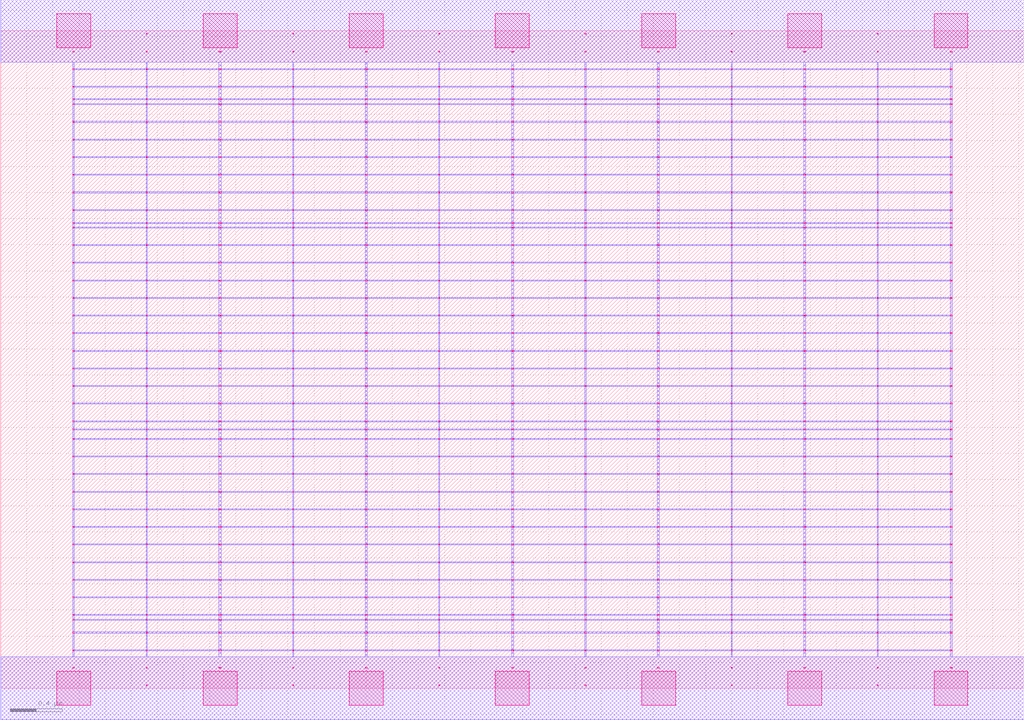
<source format=lef>
MACRO OAOI212_DEBUG
 CLASS CORE ;
 FOREIGN OAOI212_DEBUG 0 0 ;
 SIZE 7.84 BY 5.04 ;
 ORIGIN 0 0 ;
 SYMMETRY X Y R90 ;
 SITE unit ;

 OBS
    LAYER polycont ;
     RECT 3.91600000 2.58300000 3.92900000 2.59100000 ;
     RECT 3.91600000 2.71800000 3.92900000 2.72600000 ;
     RECT 3.91600000 2.85300000 3.92900000 2.86100000 ;
     RECT 3.91600000 2.98800000 3.92900000 2.99600000 ;
     RECT 6.15100000 2.58300000 6.16900000 2.59100000 ;
     RECT 6.71600000 2.58300000 6.72400000 2.59100000 ;
     RECT 7.27600000 2.58300000 7.28900000 2.59100000 ;
     RECT 4.47600000 2.58300000 4.48400000 2.59100000 ;
     RECT 4.47600000 2.71800000 4.48400000 2.72600000 ;
     RECT 5.03100000 2.71800000 5.04400000 2.72600000 ;
     RECT 5.59600000 2.71800000 5.60400000 2.72600000 ;
     RECT 6.15100000 2.71800000 6.16900000 2.72600000 ;
     RECT 6.71600000 2.71800000 6.72400000 2.72600000 ;
     RECT 7.27600000 2.71800000 7.28900000 2.72600000 ;
     RECT 5.03100000 2.58300000 5.04400000 2.59100000 ;
     RECT 4.47600000 2.85300000 4.48400000 2.86100000 ;
     RECT 5.03100000 2.85300000 5.04400000 2.86100000 ;
     RECT 5.59600000 2.85300000 5.60400000 2.86100000 ;
     RECT 6.15100000 2.85300000 6.16900000 2.86100000 ;
     RECT 6.71600000 2.85300000 6.72400000 2.86100000 ;
     RECT 7.27600000 2.85300000 7.28900000 2.86100000 ;
     RECT 5.59600000 2.58300000 5.60400000 2.59100000 ;
     RECT 4.47600000 2.98800000 4.48400000 2.99600000 ;
     RECT 5.03100000 2.98800000 5.04400000 2.99600000 ;
     RECT 5.59600000 2.98800000 5.60400000 2.99600000 ;
     RECT 6.15100000 2.98800000 6.16900000 2.99600000 ;
     RECT 6.71600000 2.98800000 6.72400000 2.99600000 ;
     RECT 7.27600000 2.98800000 7.28900000 2.99600000 ;
     RECT 4.47600000 3.12300000 4.48400000 3.13100000 ;
     RECT 4.47600000 3.25800000 4.48400000 3.26600000 ;
     RECT 4.47600000 3.39300000 4.48400000 3.40100000 ;
     RECT 4.47600000 3.52800000 4.48400000 3.53600000 ;
     RECT 4.47600000 3.56100000 4.48400000 3.56900000 ;
     RECT 4.47600000 3.66300000 4.48400000 3.67100000 ;
     RECT 4.47600000 3.79800000 4.48400000 3.80600000 ;
     RECT 4.47600000 3.93300000 4.48400000 3.94100000 ;
     RECT 4.47600000 4.06800000 4.48400000 4.07600000 ;
     RECT 4.47600000 4.20300000 4.48400000 4.21100000 ;
     RECT 4.47600000 4.33800000 4.48400000 4.34600000 ;
     RECT 4.47600000 4.47300000 4.48400000 4.48100000 ;
     RECT 4.47600000 4.51100000 4.48400000 4.51900000 ;
     RECT 4.47600000 4.60800000 4.48400000 4.61600000 ;
     RECT 4.47600000 4.74300000 4.48400000 4.75100000 ;
     RECT 4.47600000 4.87800000 4.48400000 4.88600000 ;
     RECT 3.35600000 2.98800000 3.36400000 2.99600000 ;
     RECT 2.23600000 2.58300000 2.24400000 2.59100000 ;
     RECT 2.79100000 2.58300000 2.80900000 2.59100000 ;
     RECT 3.35600000 2.58300000 3.36400000 2.59100000 ;
     RECT 0.55100000 2.58300000 0.56400000 2.59100000 ;
     RECT 0.55100000 2.71800000 0.56400000 2.72600000 ;
     RECT 0.55100000 2.85300000 0.56400000 2.86100000 ;
     RECT 1.11600000 2.85300000 1.12400000 2.86100000 ;
     RECT 1.67100000 2.85300000 1.68900000 2.86100000 ;
     RECT 2.23600000 2.85300000 2.24400000 2.86100000 ;
     RECT 2.79100000 2.85300000 2.80900000 2.86100000 ;
     RECT 3.35600000 2.85300000 3.36400000 2.86100000 ;
     RECT 1.11600000 2.71800000 1.12400000 2.72600000 ;
     RECT 1.67100000 2.71800000 1.68900000 2.72600000 ;
     RECT 2.23600000 2.71800000 2.24400000 2.72600000 ;
     RECT 2.79100000 2.71800000 2.80900000 2.72600000 ;
     RECT 3.35600000 2.71800000 3.36400000 2.72600000 ;
     RECT 1.11600000 2.58300000 1.12400000 2.59100000 ;
     RECT 1.67100000 2.58300000 1.68900000 2.59100000 ;
     RECT 0.55100000 2.98800000 0.56400000 2.99600000 ;
     RECT 1.11600000 2.98800000 1.12400000 2.99600000 ;
     RECT 1.67100000 2.98800000 1.68900000 2.99600000 ;
     RECT 2.23600000 2.98800000 2.24400000 2.99600000 ;
     RECT 2.79100000 2.98800000 2.80900000 2.99600000 ;
     RECT 6.71600000 1.90800000 6.72400000 1.91600000 ;
     RECT 7.27600000 1.90800000 7.28900000 1.91600000 ;
     RECT 6.71600000 1.98100000 6.72400000 1.98900000 ;
     RECT 7.27600000 1.98100000 7.28900000 1.98900000 ;
     RECT 6.71600000 2.04300000 6.72400000 2.05100000 ;
     RECT 7.27600000 2.04300000 7.28900000 2.05100000 ;
     RECT 6.71600000 2.17800000 6.72400000 2.18600000 ;
     RECT 7.27600000 2.17800000 7.28900000 2.18600000 ;
     RECT 6.71600000 2.31300000 6.72400000 2.32100000 ;
     RECT 7.27600000 2.31300000 7.28900000 2.32100000 ;
     RECT 6.71600000 2.44800000 6.72400000 2.45600000 ;
     RECT 7.27600000 2.44800000 7.28900000 2.45600000 ;
     RECT 6.71600000 0.15300000 6.72400000 0.16100000 ;
     RECT 7.27600000 0.15300000 7.28900000 0.16100000 ;
     RECT 6.71600000 0.28800000 6.72400000 0.29600000 ;
     RECT 7.27600000 0.28800000 7.28900000 0.29600000 ;
     RECT 6.71600000 0.42300000 6.72400000 0.43100000 ;
     RECT 7.27600000 0.42300000 7.28900000 0.43100000 ;
     RECT 6.71600000 0.52100000 6.72400000 0.52900000 ;
     RECT 7.27600000 0.52100000 7.28900000 0.52900000 ;
     RECT 6.71600000 0.55800000 6.72400000 0.56600000 ;
     RECT 7.27600000 0.55800000 7.28900000 0.56600000 ;
     RECT 6.71600000 0.69300000 6.72400000 0.70100000 ;
     RECT 7.27600000 0.69300000 7.28900000 0.70100000 ;
     RECT 6.71600000 0.82800000 6.72400000 0.83600000 ;
     RECT 7.27600000 0.82800000 7.28900000 0.83600000 ;
     RECT 6.71600000 0.96300000 6.72400000 0.97100000 ;
     RECT 7.27600000 0.96300000 7.28900000 0.97100000 ;
     RECT 6.71600000 1.09800000 6.72400000 1.10600000 ;
     RECT 7.27600000 1.09800000 7.28900000 1.10600000 ;
     RECT 6.71600000 1.23300000 6.72400000 1.24100000 ;
     RECT 7.27600000 1.23300000 7.28900000 1.24100000 ;
     RECT 6.71600000 1.36800000 6.72400000 1.37600000 ;
     RECT 7.27600000 1.36800000 7.28900000 1.37600000 ;
     RECT 6.71600000 1.50300000 6.72400000 1.51100000 ;
     RECT 7.27600000 1.50300000 7.28900000 1.51100000 ;
     RECT 6.71600000 1.63800000 6.72400000 1.64600000 ;
     RECT 7.27600000 1.63800000 7.28900000 1.64600000 ;
     RECT 6.71600000 1.77300000 6.72400000 1.78100000 ;
     RECT 7.27600000 1.77300000 7.28900000 1.78100000 ;

    LAYER pdiffc ;
     RECT 0.55100000 3.39300000 0.55900000 3.40100000 ;
     RECT 3.92100000 3.39300000 3.92900000 3.40100000 ;
     RECT 5.03100000 3.39300000 5.03900000 3.40100000 ;
     RECT 7.28100000 3.39300000 7.28900000 3.40100000 ;
     RECT 0.55100000 3.52800000 0.55900000 3.53600000 ;
     RECT 3.92100000 3.52800000 3.92900000 3.53600000 ;
     RECT 5.03100000 3.52800000 5.03900000 3.53600000 ;
     RECT 7.28100000 3.52800000 7.28900000 3.53600000 ;
     RECT 0.55100000 3.56100000 0.55900000 3.56900000 ;
     RECT 3.92100000 3.56100000 3.92900000 3.56900000 ;
     RECT 5.03100000 3.56100000 5.03900000 3.56900000 ;
     RECT 7.28100000 3.56100000 7.28900000 3.56900000 ;
     RECT 0.55100000 3.66300000 0.55900000 3.67100000 ;
     RECT 3.92100000 3.66300000 3.92900000 3.67100000 ;
     RECT 5.03100000 3.66300000 5.03900000 3.67100000 ;
     RECT 7.28100000 3.66300000 7.28900000 3.67100000 ;
     RECT 0.55100000 3.79800000 0.55900000 3.80600000 ;
     RECT 3.92100000 3.79800000 3.92900000 3.80600000 ;
     RECT 5.03100000 3.79800000 5.03900000 3.80600000 ;
     RECT 7.28100000 3.79800000 7.28900000 3.80600000 ;
     RECT 0.55100000 3.93300000 0.55900000 3.94100000 ;
     RECT 3.92100000 3.93300000 3.92900000 3.94100000 ;
     RECT 5.03100000 3.93300000 5.03900000 3.94100000 ;
     RECT 7.28100000 3.93300000 7.28900000 3.94100000 ;
     RECT 0.55100000 4.06800000 0.55900000 4.07600000 ;
     RECT 3.92100000 4.06800000 3.92900000 4.07600000 ;
     RECT 5.03100000 4.06800000 5.03900000 4.07600000 ;
     RECT 7.28100000 4.06800000 7.28900000 4.07600000 ;
     RECT 0.55100000 4.20300000 0.55900000 4.21100000 ;
     RECT 3.92100000 4.20300000 3.92900000 4.21100000 ;
     RECT 5.03100000 4.20300000 5.03900000 4.21100000 ;
     RECT 7.28100000 4.20300000 7.28900000 4.21100000 ;
     RECT 0.55100000 4.33800000 0.55900000 4.34600000 ;
     RECT 3.92100000 4.33800000 3.92900000 4.34600000 ;
     RECT 5.03100000 4.33800000 5.03900000 4.34600000 ;
     RECT 7.28100000 4.33800000 7.28900000 4.34600000 ;
     RECT 0.55100000 4.47300000 0.55900000 4.48100000 ;
     RECT 3.92100000 4.47300000 3.92900000 4.48100000 ;
     RECT 5.03100000 4.47300000 5.03900000 4.48100000 ;
     RECT 7.28100000 4.47300000 7.28900000 4.48100000 ;
     RECT 0.55100000 4.51100000 0.55900000 4.51900000 ;
     RECT 3.92100000 4.51100000 3.92900000 4.51900000 ;
     RECT 5.03100000 4.51100000 5.03900000 4.51900000 ;
     RECT 7.28100000 4.51100000 7.28900000 4.51900000 ;
     RECT 0.55100000 4.60800000 0.55900000 4.61600000 ;
     RECT 3.92100000 4.60800000 3.92900000 4.61600000 ;
     RECT 5.03100000 4.60800000 5.03900000 4.61600000 ;
     RECT 7.28100000 4.60800000 7.28900000 4.61600000 ;

    LAYER ndiffc ;
     RECT 0.55100000 0.42300000 0.56400000 0.43100000 ;
     RECT 1.67100000 0.42300000 1.68900000 0.43100000 ;
     RECT 2.79100000 0.42300000 2.80900000 0.43100000 ;
     RECT 3.91600000 0.42300000 3.92900000 0.43100000 ;
     RECT 5.03100000 0.42300000 5.04400000 0.43100000 ;
     RECT 6.15100000 0.42300000 6.16900000 0.43100000 ;
     RECT 0.55100000 0.52100000 0.56400000 0.52900000 ;
     RECT 1.67100000 0.52100000 1.68900000 0.52900000 ;
     RECT 2.79100000 0.52100000 2.80900000 0.52900000 ;
     RECT 3.91600000 0.52100000 3.92900000 0.52900000 ;
     RECT 5.03100000 0.52100000 5.04400000 0.52900000 ;
     RECT 6.15100000 0.52100000 6.16900000 0.52900000 ;
     RECT 0.55100000 0.55800000 0.56400000 0.56600000 ;
     RECT 1.67100000 0.55800000 1.68900000 0.56600000 ;
     RECT 2.79100000 0.55800000 2.80900000 0.56600000 ;
     RECT 3.91600000 0.55800000 3.92900000 0.56600000 ;
     RECT 5.03100000 0.55800000 5.04400000 0.56600000 ;
     RECT 6.15100000 0.55800000 6.16900000 0.56600000 ;
     RECT 0.55100000 0.69300000 0.56400000 0.70100000 ;
     RECT 1.67100000 0.69300000 1.68900000 0.70100000 ;
     RECT 2.79100000 0.69300000 2.80900000 0.70100000 ;
     RECT 3.91600000 0.69300000 3.92900000 0.70100000 ;
     RECT 5.03100000 0.69300000 5.04400000 0.70100000 ;
     RECT 6.15100000 0.69300000 6.16900000 0.70100000 ;
     RECT 0.55100000 0.82800000 0.56400000 0.83600000 ;
     RECT 1.67100000 0.82800000 1.68900000 0.83600000 ;
     RECT 2.79100000 0.82800000 2.80900000 0.83600000 ;
     RECT 3.91600000 0.82800000 3.92900000 0.83600000 ;
     RECT 5.03100000 0.82800000 5.04400000 0.83600000 ;
     RECT 6.15100000 0.82800000 6.16900000 0.83600000 ;
     RECT 0.55100000 0.96300000 0.56400000 0.97100000 ;
     RECT 1.67100000 0.96300000 1.68900000 0.97100000 ;
     RECT 2.79100000 0.96300000 2.80900000 0.97100000 ;
     RECT 3.91600000 0.96300000 3.92900000 0.97100000 ;
     RECT 5.03100000 0.96300000 5.04400000 0.97100000 ;
     RECT 6.15100000 0.96300000 6.16900000 0.97100000 ;
     RECT 0.55100000 1.09800000 0.56400000 1.10600000 ;
     RECT 1.67100000 1.09800000 1.68900000 1.10600000 ;
     RECT 2.79100000 1.09800000 2.80900000 1.10600000 ;
     RECT 3.91600000 1.09800000 3.92900000 1.10600000 ;
     RECT 5.03100000 1.09800000 5.04400000 1.10600000 ;
     RECT 6.15100000 1.09800000 6.16900000 1.10600000 ;
     RECT 0.55100000 1.23300000 0.56400000 1.24100000 ;
     RECT 1.67100000 1.23300000 1.68900000 1.24100000 ;
     RECT 2.79100000 1.23300000 2.80900000 1.24100000 ;
     RECT 3.91600000 1.23300000 3.92900000 1.24100000 ;
     RECT 5.03100000 1.23300000 5.04400000 1.24100000 ;
     RECT 6.15100000 1.23300000 6.16900000 1.24100000 ;
     RECT 0.55100000 1.36800000 0.56400000 1.37600000 ;
     RECT 1.67100000 1.36800000 1.68900000 1.37600000 ;
     RECT 2.79100000 1.36800000 2.80900000 1.37600000 ;
     RECT 3.91600000 1.36800000 3.92900000 1.37600000 ;
     RECT 5.03100000 1.36800000 5.04400000 1.37600000 ;
     RECT 6.15100000 1.36800000 6.16900000 1.37600000 ;
     RECT 0.55100000 1.50300000 0.56400000 1.51100000 ;
     RECT 1.67100000 1.50300000 1.68900000 1.51100000 ;
     RECT 2.79100000 1.50300000 2.80900000 1.51100000 ;
     RECT 3.91600000 1.50300000 3.92900000 1.51100000 ;
     RECT 5.03100000 1.50300000 5.04400000 1.51100000 ;
     RECT 6.15100000 1.50300000 6.16900000 1.51100000 ;
     RECT 0.55100000 1.63800000 0.56400000 1.64600000 ;
     RECT 1.67100000 1.63800000 1.68900000 1.64600000 ;
     RECT 2.79100000 1.63800000 2.80900000 1.64600000 ;
     RECT 3.91600000 1.63800000 3.92900000 1.64600000 ;
     RECT 5.03100000 1.63800000 5.04400000 1.64600000 ;
     RECT 6.15100000 1.63800000 6.16900000 1.64600000 ;
     RECT 0.55100000 1.77300000 0.56400000 1.78100000 ;
     RECT 1.67100000 1.77300000 1.68900000 1.78100000 ;
     RECT 2.79100000 1.77300000 2.80900000 1.78100000 ;
     RECT 3.91600000 1.77300000 3.92900000 1.78100000 ;
     RECT 5.03100000 1.77300000 5.04400000 1.78100000 ;
     RECT 6.15100000 1.77300000 6.16900000 1.78100000 ;
     RECT 0.55100000 1.90800000 0.56400000 1.91600000 ;
     RECT 1.67100000 1.90800000 1.68900000 1.91600000 ;
     RECT 2.79100000 1.90800000 2.80900000 1.91600000 ;
     RECT 3.91600000 1.90800000 3.92900000 1.91600000 ;
     RECT 5.03100000 1.90800000 5.04400000 1.91600000 ;
     RECT 6.15100000 1.90800000 6.16900000 1.91600000 ;
     RECT 0.55100000 1.98100000 0.56400000 1.98900000 ;
     RECT 1.67100000 1.98100000 1.68900000 1.98900000 ;
     RECT 2.79100000 1.98100000 2.80900000 1.98900000 ;
     RECT 3.91600000 1.98100000 3.92900000 1.98900000 ;
     RECT 5.03100000 1.98100000 5.04400000 1.98900000 ;
     RECT 6.15100000 1.98100000 6.16900000 1.98900000 ;
     RECT 0.55100000 2.04300000 0.56400000 2.05100000 ;
     RECT 1.67100000 2.04300000 1.68900000 2.05100000 ;
     RECT 2.79100000 2.04300000 2.80900000 2.05100000 ;
     RECT 3.91600000 2.04300000 3.92900000 2.05100000 ;
     RECT 5.03100000 2.04300000 5.04400000 2.05100000 ;
     RECT 6.15100000 2.04300000 6.16900000 2.05100000 ;

    LAYER met1 ;
     RECT 0.00000000 -0.24000000 7.84000000 0.24000000 ;
     RECT 3.91600000 0.24000000 3.92900000 0.28800000 ;
     RECT 0.55100000 0.28800000 7.28900000 0.29600000 ;
     RECT 3.91600000 0.29600000 3.92900000 0.42300000 ;
     RECT 0.55100000 0.42300000 7.28900000 0.43100000 ;
     RECT 3.91600000 0.43100000 3.92900000 0.52100000 ;
     RECT 0.55100000 0.52100000 7.28900000 0.52900000 ;
     RECT 3.91600000 0.52900000 3.92900000 0.55800000 ;
     RECT 0.55100000 0.55800000 7.28900000 0.56600000 ;
     RECT 3.91600000 0.56600000 3.92900000 0.69300000 ;
     RECT 0.55100000 0.69300000 7.28900000 0.70100000 ;
     RECT 3.91600000 0.70100000 3.92900000 0.82800000 ;
     RECT 0.55100000 0.82800000 7.28900000 0.83600000 ;
     RECT 3.91600000 0.83600000 3.92900000 0.96300000 ;
     RECT 0.55100000 0.96300000 7.28900000 0.97100000 ;
     RECT 3.91600000 0.97100000 3.92900000 1.09800000 ;
     RECT 0.55100000 1.09800000 7.28900000 1.10600000 ;
     RECT 3.91600000 1.10600000 3.92900000 1.23300000 ;
     RECT 0.55100000 1.23300000 7.28900000 1.24100000 ;
     RECT 3.91600000 1.24100000 3.92900000 1.36800000 ;
     RECT 0.55100000 1.36800000 7.28900000 1.37600000 ;
     RECT 3.91600000 1.37600000 3.92900000 1.50300000 ;
     RECT 0.55100000 1.50300000 7.28900000 1.51100000 ;
     RECT 3.91600000 1.51100000 3.92900000 1.63800000 ;
     RECT 0.55100000 1.63800000 7.28900000 1.64600000 ;
     RECT 3.91600000 1.64600000 3.92900000 1.77300000 ;
     RECT 0.55100000 1.77300000 7.28900000 1.78100000 ;
     RECT 3.91600000 1.78100000 3.92900000 1.90800000 ;
     RECT 0.55100000 1.90800000 7.28900000 1.91600000 ;
     RECT 3.91600000 1.91600000 3.92900000 1.98100000 ;
     RECT 0.55100000 1.98100000 7.28900000 1.98900000 ;
     RECT 3.91600000 1.98900000 3.92900000 2.04300000 ;
     RECT 0.55100000 2.04300000 7.28900000 2.05100000 ;
     RECT 3.91600000 2.05100000 3.92900000 2.17800000 ;
     RECT 0.55100000 2.17800000 7.28900000 2.18600000 ;
     RECT 3.91600000 2.18600000 3.92900000 2.31300000 ;
     RECT 0.55100000 2.31300000 7.28900000 2.32100000 ;
     RECT 3.91600000 2.32100000 3.92900000 2.44800000 ;
     RECT 0.55100000 2.44800000 7.28900000 2.45600000 ;
     RECT 0.55100000 2.45600000 0.56400000 2.58300000 ;
     RECT 1.11600000 2.45600000 1.12400000 2.58300000 ;
     RECT 1.67100000 2.45600000 1.68900000 2.58300000 ;
     RECT 2.23600000 2.45600000 2.24400000 2.58300000 ;
     RECT 2.79100000 2.45600000 2.80900000 2.58300000 ;
     RECT 3.35600000 2.45600000 3.36400000 2.58300000 ;
     RECT 3.91600000 2.45600000 3.92900000 2.58300000 ;
     RECT 4.47600000 2.45600000 4.48400000 2.58300000 ;
     RECT 5.03100000 2.45600000 5.04400000 2.58300000 ;
     RECT 5.59600000 2.45600000 5.60400000 2.58300000 ;
     RECT 6.15100000 2.45600000 6.16900000 2.58300000 ;
     RECT 6.71600000 2.45600000 6.72400000 2.58300000 ;
     RECT 7.27600000 2.45600000 7.28900000 2.58300000 ;
     RECT 0.55100000 2.58300000 7.28900000 2.59100000 ;
     RECT 3.91600000 2.59100000 3.92900000 2.71800000 ;
     RECT 0.55100000 2.71800000 7.28900000 2.72600000 ;
     RECT 3.91600000 2.72600000 3.92900000 2.85300000 ;
     RECT 0.55100000 2.85300000 7.28900000 2.86100000 ;
     RECT 3.91600000 2.86100000 3.92900000 2.98800000 ;
     RECT 0.55100000 2.98800000 7.28900000 2.99600000 ;
     RECT 3.91600000 2.99600000 3.92900000 3.12300000 ;
     RECT 0.55100000 3.12300000 7.28900000 3.13100000 ;
     RECT 3.91600000 3.13100000 3.92900000 3.25800000 ;
     RECT 0.55100000 3.25800000 7.28900000 3.26600000 ;
     RECT 3.91600000 3.26600000 3.92900000 3.39300000 ;
     RECT 0.55100000 3.39300000 7.28900000 3.40100000 ;
     RECT 3.91600000 3.40100000 3.92900000 3.52800000 ;
     RECT 0.55100000 3.52800000 7.28900000 3.53600000 ;
     RECT 3.91600000 3.53600000 3.92900000 3.56100000 ;
     RECT 0.55100000 3.56100000 7.28900000 3.56900000 ;
     RECT 3.91600000 3.56900000 3.92900000 3.66300000 ;
     RECT 0.55100000 3.66300000 7.28900000 3.67100000 ;
     RECT 3.91600000 3.67100000 3.92900000 3.79800000 ;
     RECT 0.55100000 3.79800000 7.28900000 3.80600000 ;
     RECT 3.91600000 3.80600000 3.92900000 3.93300000 ;
     RECT 0.55100000 3.93300000 7.28900000 3.94100000 ;
     RECT 3.91600000 3.94100000 3.92900000 4.06800000 ;
     RECT 0.55100000 4.06800000 7.28900000 4.07600000 ;
     RECT 3.91600000 4.07600000 3.92900000 4.20300000 ;
     RECT 0.55100000 4.20300000 7.28900000 4.21100000 ;
     RECT 3.91600000 4.21100000 3.92900000 4.33800000 ;
     RECT 0.55100000 4.33800000 7.28900000 4.34600000 ;
     RECT 3.91600000 4.34600000 3.92900000 4.47300000 ;
     RECT 0.55100000 4.47300000 7.28900000 4.48100000 ;
     RECT 3.91600000 4.48100000 3.92900000 4.51100000 ;
     RECT 0.55100000 4.51100000 7.28900000 4.51900000 ;
     RECT 3.91600000 4.51900000 3.92900000 4.60800000 ;
     RECT 0.55100000 4.60800000 7.28900000 4.61600000 ;
     RECT 3.91600000 4.61600000 3.92900000 4.74300000 ;
     RECT 0.55100000 4.74300000 7.28900000 4.75100000 ;
     RECT 3.91600000 4.75100000 3.92900000 4.80000000 ;
     RECT 0.00000000 4.80000000 7.84000000 5.28000000 ;
     RECT 4.47600000 3.80600000 4.48400000 3.93300000 ;
     RECT 5.03100000 3.80600000 5.04400000 3.93300000 ;
     RECT 5.59600000 3.80600000 5.60400000 3.93300000 ;
     RECT 6.15100000 3.80600000 6.16900000 3.93300000 ;
     RECT 6.71600000 3.80600000 6.72400000 3.93300000 ;
     RECT 7.27600000 3.80600000 7.28900000 3.93300000 ;
     RECT 6.15100000 3.94100000 6.16900000 4.06800000 ;
     RECT 6.71600000 3.94100000 6.72400000 4.06800000 ;
     RECT 7.27600000 3.94100000 7.28900000 4.06800000 ;
     RECT 6.15100000 4.07600000 6.16900000 4.20300000 ;
     RECT 6.71600000 4.07600000 6.72400000 4.20300000 ;
     RECT 7.27600000 4.07600000 7.28900000 4.20300000 ;
     RECT 6.15100000 4.21100000 6.16900000 4.33800000 ;
     RECT 6.71600000 4.21100000 6.72400000 4.33800000 ;
     RECT 7.27600000 4.21100000 7.28900000 4.33800000 ;
     RECT 6.15100000 4.34600000 6.16900000 4.47300000 ;
     RECT 6.71600000 4.34600000 6.72400000 4.47300000 ;
     RECT 7.27600000 4.34600000 7.28900000 4.47300000 ;
     RECT 6.15100000 4.48100000 6.16900000 4.51100000 ;
     RECT 6.71600000 4.48100000 6.72400000 4.51100000 ;
     RECT 7.27600000 4.48100000 7.28900000 4.51100000 ;
     RECT 6.15100000 4.51900000 6.16900000 4.60800000 ;
     RECT 6.71600000 4.51900000 6.72400000 4.60800000 ;
     RECT 7.27600000 4.51900000 7.28900000 4.60800000 ;
     RECT 6.15100000 4.61600000 6.16900000 4.74300000 ;
     RECT 6.71600000 4.61600000 6.72400000 4.74300000 ;
     RECT 7.27600000 4.61600000 7.28900000 4.74300000 ;
     RECT 6.15100000 4.75100000 6.16900000 4.80000000 ;
     RECT 6.71600000 4.75100000 6.72400000 4.80000000 ;
     RECT 7.27600000 4.75100000 7.28900000 4.80000000 ;
     RECT 4.47600000 4.48100000 4.48400000 4.51100000 ;
     RECT 5.03100000 4.48100000 5.04400000 4.51100000 ;
     RECT 5.59600000 4.48100000 5.60400000 4.51100000 ;
     RECT 4.47600000 4.21100000 4.48400000 4.33800000 ;
     RECT 5.03100000 4.21100000 5.04400000 4.33800000 ;
     RECT 5.59600000 4.21100000 5.60400000 4.33800000 ;
     RECT 4.47600000 4.51900000 4.48400000 4.60800000 ;
     RECT 5.03100000 4.51900000 5.04400000 4.60800000 ;
     RECT 5.59600000 4.51900000 5.60400000 4.60800000 ;
     RECT 4.47600000 4.07600000 4.48400000 4.20300000 ;
     RECT 5.03100000 4.07600000 5.04400000 4.20300000 ;
     RECT 5.59600000 4.07600000 5.60400000 4.20300000 ;
     RECT 4.47600000 4.61600000 4.48400000 4.74300000 ;
     RECT 5.03100000 4.61600000 5.04400000 4.74300000 ;
     RECT 5.59600000 4.61600000 5.60400000 4.74300000 ;
     RECT 4.47600000 4.34600000 4.48400000 4.47300000 ;
     RECT 5.03100000 4.34600000 5.04400000 4.47300000 ;
     RECT 5.59600000 4.34600000 5.60400000 4.47300000 ;
     RECT 4.47600000 4.75100000 4.48400000 4.80000000 ;
     RECT 5.03100000 4.75100000 5.04400000 4.80000000 ;
     RECT 5.59600000 4.75100000 5.60400000 4.80000000 ;
     RECT 4.47600000 3.94100000 4.48400000 4.06800000 ;
     RECT 5.03100000 3.94100000 5.04400000 4.06800000 ;
     RECT 5.59600000 3.94100000 5.60400000 4.06800000 ;
     RECT 5.03100000 3.40100000 5.04400000 3.52800000 ;
     RECT 5.59600000 3.40100000 5.60400000 3.52800000 ;
     RECT 4.47600000 3.53600000 4.48400000 3.56100000 ;
     RECT 5.03100000 3.53600000 5.04400000 3.56100000 ;
     RECT 5.59600000 3.53600000 5.60400000 3.56100000 ;
     RECT 5.59600000 2.59100000 5.60400000 2.71800000 ;
     RECT 4.47600000 3.56900000 4.48400000 3.66300000 ;
     RECT 4.47600000 2.59100000 4.48400000 2.71800000 ;
     RECT 5.03100000 2.59100000 5.04400000 2.71800000 ;
     RECT 5.03100000 3.56900000 5.04400000 3.66300000 ;
     RECT 5.59600000 3.56900000 5.60400000 3.66300000 ;
     RECT 4.47600000 2.86100000 4.48400000 2.98800000 ;
     RECT 5.03100000 2.86100000 5.04400000 2.98800000 ;
     RECT 4.47600000 2.99600000 4.48400000 3.12300000 ;
     RECT 5.03100000 2.99600000 5.04400000 3.12300000 ;
     RECT 4.47600000 3.13100000 4.48400000 3.25800000 ;
     RECT 5.03100000 3.13100000 5.04400000 3.25800000 ;
     RECT 4.47600000 3.67100000 4.48400000 3.79800000 ;
     RECT 5.03100000 3.67100000 5.04400000 3.79800000 ;
     RECT 5.59600000 3.67100000 5.60400000 3.79800000 ;
     RECT 5.59600000 2.86100000 5.60400000 2.98800000 ;
     RECT 4.47600000 2.72600000 4.48400000 2.85300000 ;
     RECT 5.03100000 2.72600000 5.04400000 2.85300000 ;
     RECT 5.59600000 3.13100000 5.60400000 3.25800000 ;
     RECT 5.59600000 2.99600000 5.60400000 3.12300000 ;
     RECT 4.47600000 3.26600000 4.48400000 3.39300000 ;
     RECT 5.03100000 3.26600000 5.04400000 3.39300000 ;
     RECT 5.59600000 3.26600000 5.60400000 3.39300000 ;
     RECT 5.59600000 2.72600000 5.60400000 2.85300000 ;
     RECT 4.47600000 3.40100000 4.48400000 3.52800000 ;
     RECT 7.27600000 3.40100000 7.28900000 3.52800000 ;
     RECT 6.71600000 2.59100000 6.72400000 2.71800000 ;
     RECT 7.27600000 2.59100000 7.28900000 2.71800000 ;
     RECT 6.71600000 2.72600000 6.72400000 2.85300000 ;
     RECT 7.27600000 2.72600000 7.28900000 2.85300000 ;
     RECT 7.27600000 3.13100000 7.28900000 3.25800000 ;
     RECT 6.15100000 2.72600000 6.16900000 2.85300000 ;
     RECT 6.15100000 3.67100000 6.16900000 3.79800000 ;
     RECT 6.71600000 3.67100000 6.72400000 3.79800000 ;
     RECT 7.27600000 3.67100000 7.28900000 3.79800000 ;
     RECT 6.15100000 3.26600000 6.16900000 3.39300000 ;
     RECT 6.15100000 2.86100000 6.16900000 2.98800000 ;
     RECT 6.15100000 3.53600000 6.16900000 3.56100000 ;
     RECT 6.71600000 3.53600000 6.72400000 3.56100000 ;
     RECT 7.27600000 3.53600000 7.28900000 3.56100000 ;
     RECT 6.71600000 3.26600000 6.72400000 3.39300000 ;
     RECT 6.15100000 2.59100000 6.16900000 2.71800000 ;
     RECT 7.27600000 3.26600000 7.28900000 3.39300000 ;
     RECT 6.15100000 2.99600000 6.16900000 3.12300000 ;
     RECT 6.71600000 2.86100000 6.72400000 2.98800000 ;
     RECT 7.27600000 2.86100000 7.28900000 2.98800000 ;
     RECT 6.15100000 3.40100000 6.16900000 3.52800000 ;
     RECT 6.15100000 3.13100000 6.16900000 3.25800000 ;
     RECT 6.71600000 3.40100000 6.72400000 3.52800000 ;
     RECT 6.15100000 3.56900000 6.16900000 3.66300000 ;
     RECT 6.71600000 3.56900000 6.72400000 3.66300000 ;
     RECT 6.71600000 2.99600000 6.72400000 3.12300000 ;
     RECT 7.27600000 2.99600000 7.28900000 3.12300000 ;
     RECT 7.27600000 3.56900000 7.28900000 3.66300000 ;
     RECT 6.71600000 3.13100000 6.72400000 3.25800000 ;
     RECT 0.55100000 3.80600000 0.56400000 3.93300000 ;
     RECT 1.11600000 3.80600000 1.12400000 3.93300000 ;
     RECT 1.67100000 3.80600000 1.68900000 3.93300000 ;
     RECT 2.23600000 3.80600000 2.24400000 3.93300000 ;
     RECT 2.79100000 3.80600000 2.80900000 3.93300000 ;
     RECT 3.35600000 3.80600000 3.36400000 3.93300000 ;
     RECT 2.23600000 4.21100000 2.24400000 4.33800000 ;
     RECT 2.79100000 4.21100000 2.80900000 4.33800000 ;
     RECT 3.35600000 4.21100000 3.36400000 4.33800000 ;
     RECT 2.23600000 4.34600000 2.24400000 4.47300000 ;
     RECT 2.79100000 4.34600000 2.80900000 4.47300000 ;
     RECT 3.35600000 4.34600000 3.36400000 4.47300000 ;
     RECT 2.23600000 4.48100000 2.24400000 4.51100000 ;
     RECT 2.79100000 4.48100000 2.80900000 4.51100000 ;
     RECT 3.35600000 4.48100000 3.36400000 4.51100000 ;
     RECT 2.23600000 4.51900000 2.24400000 4.60800000 ;
     RECT 2.79100000 4.51900000 2.80900000 4.60800000 ;
     RECT 3.35600000 4.51900000 3.36400000 4.60800000 ;
     RECT 2.23600000 4.61600000 2.24400000 4.74300000 ;
     RECT 2.79100000 4.61600000 2.80900000 4.74300000 ;
     RECT 3.35600000 4.61600000 3.36400000 4.74300000 ;
     RECT 2.23600000 3.94100000 2.24400000 4.06800000 ;
     RECT 2.79100000 3.94100000 2.80900000 4.06800000 ;
     RECT 3.35600000 3.94100000 3.36400000 4.06800000 ;
     RECT 2.23600000 4.07600000 2.24400000 4.20300000 ;
     RECT 2.23600000 4.75100000 2.24400000 4.80000000 ;
     RECT 2.79100000 4.75100000 2.80900000 4.80000000 ;
     RECT 3.35600000 4.75100000 3.36400000 4.80000000 ;
     RECT 2.79100000 4.07600000 2.80900000 4.20300000 ;
     RECT 3.35600000 4.07600000 3.36400000 4.20300000 ;
     RECT 0.55100000 4.51900000 0.56400000 4.60800000 ;
     RECT 1.11600000 4.51900000 1.12400000 4.60800000 ;
     RECT 1.67100000 4.51900000 1.68900000 4.60800000 ;
     RECT 0.55100000 4.07600000 0.56400000 4.20300000 ;
     RECT 1.11600000 4.07600000 1.12400000 4.20300000 ;
     RECT 1.67100000 4.07600000 1.68900000 4.20300000 ;
     RECT 0.55100000 4.61600000 0.56400000 4.74300000 ;
     RECT 1.11600000 4.61600000 1.12400000 4.74300000 ;
     RECT 1.67100000 4.61600000 1.68900000 4.74300000 ;
     RECT 0.55100000 4.34600000 0.56400000 4.47300000 ;
     RECT 1.11600000 4.34600000 1.12400000 4.47300000 ;
     RECT 1.67100000 4.34600000 1.68900000 4.47300000 ;
     RECT 0.55100000 3.94100000 0.56400000 4.06800000 ;
     RECT 1.11600000 3.94100000 1.12400000 4.06800000 ;
     RECT 1.67100000 3.94100000 1.68900000 4.06800000 ;
     RECT 0.55100000 4.48100000 0.56400000 4.51100000 ;
     RECT 0.55100000 4.75100000 0.56400000 4.80000000 ;
     RECT 1.11600000 4.75100000 1.12400000 4.80000000 ;
     RECT 1.67100000 4.75100000 1.68900000 4.80000000 ;
     RECT 1.11600000 4.48100000 1.12400000 4.51100000 ;
     RECT 1.67100000 4.48100000 1.68900000 4.51100000 ;
     RECT 0.55100000 4.21100000 0.56400000 4.33800000 ;
     RECT 1.11600000 4.21100000 1.12400000 4.33800000 ;
     RECT 1.67100000 4.21100000 1.68900000 4.33800000 ;
     RECT 1.67100000 3.13100000 1.68900000 3.25800000 ;
     RECT 0.55100000 2.86100000 0.56400000 2.98800000 ;
     RECT 1.67100000 2.86100000 1.68900000 2.98800000 ;
     RECT 0.55100000 3.53600000 0.56400000 3.56100000 ;
     RECT 1.11600000 3.53600000 1.12400000 3.56100000 ;
     RECT 1.67100000 3.67100000 1.68900000 3.79800000 ;
     RECT 1.67100000 3.26600000 1.68900000 3.39300000 ;
     RECT 1.67100000 3.53600000 1.68900000 3.56100000 ;
     RECT 1.11600000 2.86100000 1.12400000 2.98800000 ;
     RECT 0.55100000 3.56900000 0.56400000 3.66300000 ;
     RECT 1.11600000 3.56900000 1.12400000 3.66300000 ;
     RECT 1.67100000 3.56900000 1.68900000 3.66300000 ;
     RECT 1.67100000 2.72600000 1.68900000 2.85300000 ;
     RECT 0.55100000 2.99600000 0.56400000 3.12300000 ;
     RECT 1.11600000 2.99600000 1.12400000 3.12300000 ;
     RECT 1.67100000 3.40100000 1.68900000 3.52800000 ;
     RECT 0.55100000 2.59100000 0.56400000 2.71800000 ;
     RECT 1.11600000 2.59100000 1.12400000 2.71800000 ;
     RECT 0.55100000 2.72600000 0.56400000 2.85300000 ;
     RECT 1.11600000 2.72600000 1.12400000 2.85300000 ;
     RECT 0.55100000 3.13100000 0.56400000 3.25800000 ;
     RECT 1.67100000 2.59100000 1.68900000 2.71800000 ;
     RECT 0.55100000 3.26600000 0.56400000 3.39300000 ;
     RECT 1.11600000 3.26600000 1.12400000 3.39300000 ;
     RECT 0.55100000 3.67100000 0.56400000 3.79800000 ;
     RECT 1.11600000 3.67100000 1.12400000 3.79800000 ;
     RECT 1.11600000 3.13100000 1.12400000 3.25800000 ;
     RECT 1.67100000 2.99600000 1.68900000 3.12300000 ;
     RECT 0.55100000 3.40100000 0.56400000 3.52800000 ;
     RECT 1.11600000 3.40100000 1.12400000 3.52800000 ;
     RECT 2.79100000 3.26600000 2.80900000 3.39300000 ;
     RECT 3.35600000 3.26600000 3.36400000 3.39300000 ;
     RECT 2.23600000 3.40100000 2.24400000 3.52800000 ;
     RECT 2.23600000 3.53600000 2.24400000 3.56100000 ;
     RECT 2.79100000 3.53600000 2.80900000 3.56100000 ;
     RECT 2.79100000 2.72600000 2.80900000 2.85300000 ;
     RECT 3.35600000 2.72600000 3.36400000 2.85300000 ;
     RECT 3.35600000 3.53600000 3.36400000 3.56100000 ;
     RECT 2.79100000 2.59100000 2.80900000 2.71800000 ;
     RECT 3.35600000 2.59100000 3.36400000 2.71800000 ;
     RECT 2.23600000 2.59100000 2.24400000 2.71800000 ;
     RECT 2.23600000 2.86100000 2.24400000 2.98800000 ;
     RECT 2.79100000 3.40100000 2.80900000 3.52800000 ;
     RECT 2.23600000 3.13100000 2.24400000 3.25800000 ;
     RECT 2.79100000 3.13100000 2.80900000 3.25800000 ;
     RECT 2.23600000 3.56900000 2.24400000 3.66300000 ;
     RECT 2.79100000 3.56900000 2.80900000 3.66300000 ;
     RECT 3.35600000 3.56900000 3.36400000 3.66300000 ;
     RECT 3.35600000 3.13100000 3.36400000 3.25800000 ;
     RECT 2.23600000 2.72600000 2.24400000 2.85300000 ;
     RECT 2.79100000 2.86100000 2.80900000 2.98800000 ;
     RECT 3.35600000 2.86100000 3.36400000 2.98800000 ;
     RECT 2.23600000 3.67100000 2.24400000 3.79800000 ;
     RECT 2.79100000 3.67100000 2.80900000 3.79800000 ;
     RECT 3.35600000 3.67100000 3.36400000 3.79800000 ;
     RECT 2.23600000 2.99600000 2.24400000 3.12300000 ;
     RECT 2.79100000 2.99600000 2.80900000 3.12300000 ;
     RECT 3.35600000 2.99600000 3.36400000 3.12300000 ;
     RECT 3.35600000 3.40100000 3.36400000 3.52800000 ;
     RECT 2.23600000 3.26600000 2.24400000 3.39300000 ;
     RECT 0.55100000 1.10600000 0.56400000 1.23300000 ;
     RECT 1.11600000 1.10600000 1.12400000 1.23300000 ;
     RECT 1.67100000 1.10600000 1.68900000 1.23300000 ;
     RECT 2.23600000 1.10600000 2.24400000 1.23300000 ;
     RECT 2.79100000 1.10600000 2.80900000 1.23300000 ;
     RECT 3.35600000 1.10600000 3.36400000 1.23300000 ;
     RECT 2.23600000 1.78100000 2.24400000 1.90800000 ;
     RECT 2.79100000 1.78100000 2.80900000 1.90800000 ;
     RECT 3.35600000 1.78100000 3.36400000 1.90800000 ;
     RECT 2.23600000 1.91600000 2.24400000 1.98100000 ;
     RECT 2.79100000 1.91600000 2.80900000 1.98100000 ;
     RECT 3.35600000 1.91600000 3.36400000 1.98100000 ;
     RECT 2.23600000 1.98900000 2.24400000 2.04300000 ;
     RECT 2.79100000 1.98900000 2.80900000 2.04300000 ;
     RECT 3.35600000 1.98900000 3.36400000 2.04300000 ;
     RECT 2.23600000 2.05100000 2.24400000 2.17800000 ;
     RECT 2.79100000 2.05100000 2.80900000 2.17800000 ;
     RECT 3.35600000 2.05100000 3.36400000 2.17800000 ;
     RECT 2.23600000 2.18600000 2.24400000 2.31300000 ;
     RECT 2.79100000 2.18600000 2.80900000 2.31300000 ;
     RECT 3.35600000 2.18600000 3.36400000 2.31300000 ;
     RECT 2.23600000 2.32100000 2.24400000 2.44800000 ;
     RECT 2.79100000 2.32100000 2.80900000 2.44800000 ;
     RECT 3.35600000 2.32100000 3.36400000 2.44800000 ;
     RECT 2.23600000 1.51100000 2.24400000 1.63800000 ;
     RECT 2.79100000 1.51100000 2.80900000 1.63800000 ;
     RECT 3.35600000 1.51100000 3.36400000 1.63800000 ;
     RECT 2.23600000 1.64600000 2.24400000 1.77300000 ;
     RECT 2.79100000 1.64600000 2.80900000 1.77300000 ;
     RECT 3.35600000 1.64600000 3.36400000 1.77300000 ;
     RECT 2.23600000 1.24100000 2.24400000 1.36800000 ;
     RECT 2.79100000 1.24100000 2.80900000 1.36800000 ;
     RECT 3.35600000 1.24100000 3.36400000 1.36800000 ;
     RECT 2.23600000 1.37600000 2.24400000 1.50300000 ;
     RECT 2.79100000 1.37600000 2.80900000 1.50300000 ;
     RECT 3.35600000 1.37600000 3.36400000 1.50300000 ;
     RECT 1.67100000 2.18600000 1.68900000 2.31300000 ;
     RECT 1.67100000 1.91600000 1.68900000 1.98100000 ;
     RECT 1.11600000 1.64600000 1.12400000 1.77300000 ;
     RECT 0.55100000 1.78100000 0.56400000 1.90800000 ;
     RECT 0.55100000 2.32100000 0.56400000 2.44800000 ;
     RECT 1.11600000 2.32100000 1.12400000 2.44800000 ;
     RECT 1.67100000 2.32100000 1.68900000 2.44800000 ;
     RECT 1.11600000 1.78100000 1.12400000 1.90800000 ;
     RECT 0.55100000 1.98900000 0.56400000 2.04300000 ;
     RECT 1.11600000 1.98900000 1.12400000 2.04300000 ;
     RECT 1.67100000 1.98900000 1.68900000 2.04300000 ;
     RECT 1.67100000 1.78100000 1.68900000 1.90800000 ;
     RECT 1.67100000 1.64600000 1.68900000 1.77300000 ;
     RECT 1.67100000 1.51100000 1.68900000 1.63800000 ;
     RECT 0.55100000 2.05100000 0.56400000 2.17800000 ;
     RECT 1.11600000 2.05100000 1.12400000 2.17800000 ;
     RECT 0.55100000 1.24100000 0.56400000 1.36800000 ;
     RECT 1.11600000 1.24100000 1.12400000 1.36800000 ;
     RECT 1.67100000 1.24100000 1.68900000 1.36800000 ;
     RECT 1.67100000 2.05100000 1.68900000 2.17800000 ;
     RECT 0.55100000 1.64600000 0.56400000 1.77300000 ;
     RECT 0.55100000 1.91600000 0.56400000 1.98100000 ;
     RECT 0.55100000 1.37600000 0.56400000 1.50300000 ;
     RECT 1.11600000 1.37600000 1.12400000 1.50300000 ;
     RECT 1.67100000 1.37600000 1.68900000 1.50300000 ;
     RECT 1.11600000 1.91600000 1.12400000 1.98100000 ;
     RECT 0.55100000 2.18600000 0.56400000 2.31300000 ;
     RECT 1.11600000 2.18600000 1.12400000 2.31300000 ;
     RECT 0.55100000 1.51100000 0.56400000 1.63800000 ;
     RECT 1.11600000 1.51100000 1.12400000 1.63800000 ;
     RECT 1.67100000 0.24000000 1.68900000 0.28800000 ;
     RECT 0.55100000 0.56600000 0.56400000 0.69300000 ;
     RECT 1.67100000 0.56600000 1.68900000 0.69300000 ;
     RECT 1.11600000 0.56600000 1.12400000 0.69300000 ;
     RECT 1.11600000 0.52900000 1.12400000 0.55800000 ;
     RECT 1.67100000 0.52900000 1.68900000 0.55800000 ;
     RECT 0.55100000 0.24000000 0.56400000 0.28800000 ;
     RECT 0.55100000 0.43100000 0.56400000 0.52100000 ;
     RECT 1.11600000 0.43100000 1.12400000 0.52100000 ;
     RECT 1.11600000 0.24000000 1.12400000 0.28800000 ;
     RECT 0.55100000 0.52900000 0.56400000 0.55800000 ;
     RECT 0.55100000 0.29600000 0.56400000 0.42300000 ;
     RECT 1.11600000 0.29600000 1.12400000 0.42300000 ;
     RECT 0.55100000 0.70100000 0.56400000 0.82800000 ;
     RECT 1.11600000 0.70100000 1.12400000 0.82800000 ;
     RECT 1.67100000 0.43100000 1.68900000 0.52100000 ;
     RECT 1.67100000 0.70100000 1.68900000 0.82800000 ;
     RECT 1.67100000 0.29600000 1.68900000 0.42300000 ;
     RECT 0.55100000 0.83600000 0.56400000 0.96300000 ;
     RECT 1.11600000 0.83600000 1.12400000 0.96300000 ;
     RECT 1.67100000 0.83600000 1.68900000 0.96300000 ;
     RECT 0.55100000 0.97100000 0.56400000 1.09800000 ;
     RECT 1.11600000 0.97100000 1.12400000 1.09800000 ;
     RECT 1.67100000 0.97100000 1.68900000 1.09800000 ;
     RECT 3.35600000 0.70100000 3.36400000 0.82800000 ;
     RECT 2.23600000 0.56600000 2.24400000 0.69300000 ;
     RECT 2.23600000 0.29600000 2.24400000 0.42300000 ;
     RECT 2.79100000 0.56600000 2.80900000 0.69300000 ;
     RECT 3.35600000 0.56600000 3.36400000 0.69300000 ;
     RECT 2.79100000 0.52900000 2.80900000 0.55800000 ;
     RECT 2.23600000 0.83600000 2.24400000 0.96300000 ;
     RECT 2.79100000 0.83600000 2.80900000 0.96300000 ;
     RECT 3.35600000 0.83600000 3.36400000 0.96300000 ;
     RECT 2.79100000 0.29600000 2.80900000 0.42300000 ;
     RECT 3.35600000 0.29600000 3.36400000 0.42300000 ;
     RECT 3.35600000 0.52900000 3.36400000 0.55800000 ;
     RECT 3.35600000 0.24000000 3.36400000 0.28800000 ;
     RECT 2.23600000 0.43100000 2.24400000 0.52100000 ;
     RECT 2.79100000 0.24000000 2.80900000 0.28800000 ;
     RECT 2.23600000 0.97100000 2.24400000 1.09800000 ;
     RECT 2.79100000 0.97100000 2.80900000 1.09800000 ;
     RECT 3.35600000 0.97100000 3.36400000 1.09800000 ;
     RECT 2.23600000 0.52900000 2.24400000 0.55800000 ;
     RECT 2.23600000 0.24000000 2.24400000 0.28800000 ;
     RECT 2.79100000 0.43100000 2.80900000 0.52100000 ;
     RECT 3.35600000 0.43100000 3.36400000 0.52100000 ;
     RECT 2.23600000 0.70100000 2.24400000 0.82800000 ;
     RECT 2.79100000 0.70100000 2.80900000 0.82800000 ;
     RECT 4.47600000 1.10600000 4.48400000 1.23300000 ;
     RECT 5.03100000 1.10600000 5.04400000 1.23300000 ;
     RECT 5.59600000 1.10600000 5.60400000 1.23300000 ;
     RECT 6.15100000 1.10600000 6.16900000 1.23300000 ;
     RECT 6.71600000 1.10600000 6.72400000 1.23300000 ;
     RECT 7.27600000 1.10600000 7.28900000 1.23300000 ;
     RECT 6.15100000 1.91600000 6.16900000 1.98100000 ;
     RECT 6.71600000 1.91600000 6.72400000 1.98100000 ;
     RECT 7.27600000 1.91600000 7.28900000 1.98100000 ;
     RECT 6.15100000 1.98900000 6.16900000 2.04300000 ;
     RECT 6.71600000 1.98900000 6.72400000 2.04300000 ;
     RECT 7.27600000 1.98900000 7.28900000 2.04300000 ;
     RECT 6.15100000 2.05100000 6.16900000 2.17800000 ;
     RECT 6.71600000 2.05100000 6.72400000 2.17800000 ;
     RECT 7.27600000 2.05100000 7.28900000 2.17800000 ;
     RECT 6.15100000 1.24100000 6.16900000 1.36800000 ;
     RECT 6.71600000 1.24100000 6.72400000 1.36800000 ;
     RECT 7.27600000 1.24100000 7.28900000 1.36800000 ;
     RECT 6.15100000 2.18600000 6.16900000 2.31300000 ;
     RECT 6.71600000 2.18600000 6.72400000 2.31300000 ;
     RECT 7.27600000 2.18600000 7.28900000 2.31300000 ;
     RECT 6.15100000 1.37600000 6.16900000 1.50300000 ;
     RECT 6.15100000 2.32100000 6.16900000 2.44800000 ;
     RECT 6.71600000 2.32100000 6.72400000 2.44800000 ;
     RECT 7.27600000 2.32100000 7.28900000 2.44800000 ;
     RECT 6.71600000 1.37600000 6.72400000 1.50300000 ;
     RECT 7.27600000 1.37600000 7.28900000 1.50300000 ;
     RECT 6.15100000 1.51100000 6.16900000 1.63800000 ;
     RECT 6.71600000 1.51100000 6.72400000 1.63800000 ;
     RECT 7.27600000 1.51100000 7.28900000 1.63800000 ;
     RECT 6.15100000 1.64600000 6.16900000 1.77300000 ;
     RECT 6.71600000 1.64600000 6.72400000 1.77300000 ;
     RECT 7.27600000 1.64600000 7.28900000 1.77300000 ;
     RECT 6.15100000 1.78100000 6.16900000 1.90800000 ;
     RECT 6.71600000 1.78100000 6.72400000 1.90800000 ;
     RECT 7.27600000 1.78100000 7.28900000 1.90800000 ;
     RECT 5.03100000 1.37600000 5.04400000 1.50300000 ;
     RECT 5.59600000 1.37600000 5.60400000 1.50300000 ;
     RECT 5.59600000 2.05100000 5.60400000 2.17800000 ;
     RECT 4.47600000 2.32100000 4.48400000 2.44800000 ;
     RECT 5.03100000 2.32100000 5.04400000 2.44800000 ;
     RECT 5.59600000 2.32100000 5.60400000 2.44800000 ;
     RECT 5.03100000 1.98900000 5.04400000 2.04300000 ;
     RECT 5.59600000 1.98900000 5.60400000 2.04300000 ;
     RECT 5.59600000 1.91600000 5.60400000 1.98100000 ;
     RECT 5.59600000 1.24100000 5.60400000 1.36800000 ;
     RECT 5.03100000 1.91600000 5.04400000 1.98100000 ;
     RECT 4.47600000 1.51100000 4.48400000 1.63800000 ;
     RECT 5.03100000 1.51100000 5.04400000 1.63800000 ;
     RECT 5.59600000 1.51100000 5.60400000 1.63800000 ;
     RECT 4.47600000 1.98900000 4.48400000 2.04300000 ;
     RECT 4.47600000 1.24100000 4.48400000 1.36800000 ;
     RECT 4.47600000 2.18600000 4.48400000 2.31300000 ;
     RECT 4.47600000 1.64600000 4.48400000 1.77300000 ;
     RECT 5.03100000 1.64600000 5.04400000 1.77300000 ;
     RECT 5.59600000 1.64600000 5.60400000 1.77300000 ;
     RECT 5.03100000 2.18600000 5.04400000 2.31300000 ;
     RECT 5.59600000 2.18600000 5.60400000 2.31300000 ;
     RECT 5.03100000 1.24100000 5.04400000 1.36800000 ;
     RECT 4.47600000 1.78100000 4.48400000 1.90800000 ;
     RECT 5.03100000 1.78100000 5.04400000 1.90800000 ;
     RECT 5.59600000 1.78100000 5.60400000 1.90800000 ;
     RECT 4.47600000 2.05100000 4.48400000 2.17800000 ;
     RECT 5.03100000 2.05100000 5.04400000 2.17800000 ;
     RECT 4.47600000 1.37600000 4.48400000 1.50300000 ;
     RECT 4.47600000 1.91600000 4.48400000 1.98100000 ;
     RECT 4.47600000 0.29600000 4.48400000 0.42300000 ;
     RECT 5.03100000 0.29600000 5.04400000 0.42300000 ;
     RECT 4.47600000 0.43100000 4.48400000 0.52100000 ;
     RECT 5.03100000 0.43100000 5.04400000 0.52100000 ;
     RECT 5.59600000 0.29600000 5.60400000 0.42300000 ;
     RECT 5.59600000 0.52900000 5.60400000 0.55800000 ;
     RECT 4.47600000 0.83600000 4.48400000 0.96300000 ;
     RECT 5.03100000 0.83600000 5.04400000 0.96300000 ;
     RECT 5.59600000 0.83600000 5.60400000 0.96300000 ;
     RECT 4.47600000 0.52900000 4.48400000 0.55800000 ;
     RECT 5.59600000 0.43100000 5.60400000 0.52100000 ;
     RECT 4.47600000 0.97100000 4.48400000 1.09800000 ;
     RECT 5.03100000 0.97100000 5.04400000 1.09800000 ;
     RECT 5.59600000 0.97100000 5.60400000 1.09800000 ;
     RECT 5.03100000 0.52900000 5.04400000 0.55800000 ;
     RECT 5.59600000 0.24000000 5.60400000 0.28800000 ;
     RECT 4.47600000 0.70100000 4.48400000 0.82800000 ;
     RECT 5.03100000 0.70100000 5.04400000 0.82800000 ;
     RECT 5.59600000 0.70100000 5.60400000 0.82800000 ;
     RECT 4.47600000 0.24000000 4.48400000 0.28800000 ;
     RECT 4.47600000 0.56600000 4.48400000 0.69300000 ;
     RECT 5.03100000 0.56600000 5.04400000 0.69300000 ;
     RECT 5.59600000 0.56600000 5.60400000 0.69300000 ;
     RECT 5.03100000 0.24000000 5.04400000 0.28800000 ;
     RECT 6.15100000 0.29600000 6.16900000 0.42300000 ;
     RECT 6.15100000 0.70100000 6.16900000 0.82800000 ;
     RECT 6.15100000 0.43100000 6.16900000 0.52100000 ;
     RECT 6.71600000 0.83600000 6.72400000 0.96300000 ;
     RECT 7.27600000 0.83600000 7.28900000 0.96300000 ;
     RECT 6.15100000 0.52900000 6.16900000 0.55800000 ;
     RECT 6.15100000 0.97100000 6.16900000 1.09800000 ;
     RECT 6.71600000 0.97100000 6.72400000 1.09800000 ;
     RECT 7.27600000 0.97100000 7.28900000 1.09800000 ;
     RECT 6.71600000 0.52900000 6.72400000 0.55800000 ;
     RECT 7.27600000 0.52900000 7.28900000 0.55800000 ;
     RECT 6.71600000 0.70100000 6.72400000 0.82800000 ;
     RECT 6.71600000 0.24000000 6.72400000 0.28800000 ;
     RECT 7.27600000 0.24000000 7.28900000 0.28800000 ;
     RECT 6.15100000 0.83600000 6.16900000 0.96300000 ;
     RECT 7.27600000 0.70100000 7.28900000 0.82800000 ;
     RECT 6.15100000 0.24000000 6.16900000 0.28800000 ;
     RECT 6.71600000 0.29600000 6.72400000 0.42300000 ;
     RECT 6.15100000 0.56600000 6.16900000 0.69300000 ;
     RECT 6.71600000 0.56600000 6.72400000 0.69300000 ;
     RECT 7.27600000 0.56600000 7.28900000 0.69300000 ;
     RECT 6.71600000 0.43100000 6.72400000 0.52100000 ;
     RECT 7.27600000 0.43100000 7.28900000 0.52100000 ;
     RECT 7.27600000 0.29600000 7.28900000 0.42300000 ;

    LAYER via1 ;
     RECT 3.79000000 -0.13000000 4.05000000 0.13000000 ;
     RECT 3.91600000 0.15300000 3.92900000 0.16100000 ;
     RECT 3.91600000 0.28800000 3.92900000 0.29600000 ;
     RECT 3.91600000 0.42300000 3.92900000 0.43100000 ;
     RECT 3.91600000 0.52100000 3.92900000 0.52900000 ;
     RECT 3.91600000 0.55800000 3.92900000 0.56600000 ;
     RECT 3.91600000 0.69300000 3.92900000 0.70100000 ;
     RECT 3.91600000 0.82800000 3.92900000 0.83600000 ;
     RECT 3.91600000 0.96300000 3.92900000 0.97100000 ;
     RECT 3.91600000 1.09800000 3.92900000 1.10600000 ;
     RECT 3.91600000 1.23300000 3.92900000 1.24100000 ;
     RECT 3.91600000 1.36800000 3.92900000 1.37600000 ;
     RECT 3.91600000 1.50300000 3.92900000 1.51100000 ;
     RECT 3.91600000 1.63800000 3.92900000 1.64600000 ;
     RECT 3.91600000 1.77300000 3.92900000 1.78100000 ;
     RECT 3.91600000 1.90800000 3.92900000 1.91600000 ;
     RECT 3.91600000 1.98100000 3.92900000 1.98900000 ;
     RECT 3.91600000 2.04300000 3.92900000 2.05100000 ;
     RECT 3.91600000 2.17800000 3.92900000 2.18600000 ;
     RECT 3.91600000 2.31300000 3.92900000 2.32100000 ;
     RECT 3.91600000 2.44800000 3.92900000 2.45600000 ;
     RECT 3.91600000 2.58300000 3.92900000 2.59100000 ;
     RECT 3.91600000 2.71800000 3.92900000 2.72600000 ;
     RECT 3.91600000 2.85300000 3.92900000 2.86100000 ;
     RECT 3.91600000 2.98800000 3.92900000 2.99600000 ;
     RECT 3.91600000 3.12300000 3.92900000 3.13100000 ;
     RECT 3.91600000 3.25800000 3.92900000 3.26600000 ;
     RECT 3.91600000 3.39300000 3.92900000 3.40100000 ;
     RECT 3.91600000 3.52800000 3.92900000 3.53600000 ;
     RECT 3.91600000 3.56100000 3.92900000 3.56900000 ;
     RECT 3.91600000 3.66300000 3.92900000 3.67100000 ;
     RECT 3.91600000 3.79800000 3.92900000 3.80600000 ;
     RECT 3.91600000 3.93300000 3.92900000 3.94100000 ;
     RECT 3.91600000 4.06800000 3.92900000 4.07600000 ;
     RECT 3.91600000 4.20300000 3.92900000 4.21100000 ;
     RECT 3.91600000 4.33800000 3.92900000 4.34600000 ;
     RECT 3.91600000 4.47300000 3.92900000 4.48100000 ;
     RECT 3.91600000 4.51100000 3.92900000 4.51900000 ;
     RECT 3.91600000 4.60800000 3.92900000 4.61600000 ;
     RECT 3.91600000 4.74300000 3.92900000 4.75100000 ;
     RECT 3.91600000 4.87800000 3.92900000 4.88600000 ;
     RECT 3.79000000 4.91000000 4.05000000 5.17000000 ;
     RECT 6.15100000 3.93300000 6.16900000 3.94100000 ;
     RECT 6.71600000 3.93300000 6.72400000 3.94100000 ;
     RECT 7.27600000 3.93300000 7.28900000 3.94100000 ;
     RECT 6.15100000 4.06800000 6.16900000 4.07600000 ;
     RECT 6.71600000 4.06800000 6.72400000 4.07600000 ;
     RECT 7.27600000 4.06800000 7.28900000 4.07600000 ;
     RECT 6.15100000 4.20300000 6.16900000 4.21100000 ;
     RECT 6.71600000 4.20300000 6.72400000 4.21100000 ;
     RECT 7.27600000 4.20300000 7.28900000 4.21100000 ;
     RECT 6.15100000 4.33800000 6.16900000 4.34600000 ;
     RECT 6.71600000 4.33800000 6.72400000 4.34600000 ;
     RECT 7.27600000 4.33800000 7.28900000 4.34600000 ;
     RECT 6.15100000 4.47300000 6.16900000 4.48100000 ;
     RECT 6.71600000 4.47300000 6.72400000 4.48100000 ;
     RECT 7.27600000 4.47300000 7.28900000 4.48100000 ;
     RECT 6.15100000 4.51100000 6.16900000 4.51900000 ;
     RECT 6.71600000 4.51100000 6.72400000 4.51900000 ;
     RECT 7.27600000 4.51100000 7.28900000 4.51900000 ;
     RECT 6.15100000 4.60800000 6.16900000 4.61600000 ;
     RECT 6.71600000 4.60800000 6.72400000 4.61600000 ;
     RECT 7.27600000 4.60800000 7.28900000 4.61600000 ;
     RECT 6.15100000 4.74300000 6.16900000 4.75100000 ;
     RECT 6.71600000 4.74300000 6.72400000 4.75100000 ;
     RECT 7.27600000 4.74300000 7.28900000 4.75100000 ;
     RECT 6.15100000 4.87800000 6.16900000 4.88600000 ;
     RECT 6.71600000 4.87800000 6.72400000 4.88600000 ;
     RECT 7.27600000 4.87800000 7.28900000 4.88600000 ;
     RECT 6.71600000 5.01300000 6.72400000 5.02100000 ;
     RECT 6.03000000 4.91000000 6.29000000 5.17000000 ;
     RECT 7.15000000 4.91000000 7.41000000 5.17000000 ;
     RECT 4.47600000 4.51100000 4.48400000 4.51900000 ;
     RECT 5.03100000 4.51100000 5.04400000 4.51900000 ;
     RECT 5.59600000 4.51100000 5.60400000 4.51900000 ;
     RECT 4.47600000 4.06800000 4.48400000 4.07600000 ;
     RECT 5.03100000 4.06800000 5.04400000 4.07600000 ;
     RECT 5.59600000 4.06800000 5.60400000 4.07600000 ;
     RECT 4.47600000 4.60800000 4.48400000 4.61600000 ;
     RECT 5.03100000 4.60800000 5.04400000 4.61600000 ;
     RECT 5.59600000 4.60800000 5.60400000 4.61600000 ;
     RECT 4.47600000 4.33800000 4.48400000 4.34600000 ;
     RECT 5.03100000 4.33800000 5.04400000 4.34600000 ;
     RECT 5.59600000 4.33800000 5.60400000 4.34600000 ;
     RECT 4.47600000 4.74300000 4.48400000 4.75100000 ;
     RECT 5.03100000 4.74300000 5.04400000 4.75100000 ;
     RECT 5.59600000 4.74300000 5.60400000 4.75100000 ;
     RECT 4.47600000 3.93300000 4.48400000 3.94100000 ;
     RECT 5.03100000 3.93300000 5.04400000 3.94100000 ;
     RECT 5.59600000 3.93300000 5.60400000 3.94100000 ;
     RECT 4.47600000 4.87800000 4.48400000 4.88600000 ;
     RECT 5.03100000 4.87800000 5.04400000 4.88600000 ;
     RECT 5.59600000 4.87800000 5.60400000 4.88600000 ;
     RECT 4.47600000 4.47300000 4.48400000 4.48100000 ;
     RECT 5.03100000 4.47300000 5.04400000 4.48100000 ;
     RECT 5.59600000 4.47300000 5.60400000 4.48100000 ;
     RECT 4.47600000 5.01300000 4.48400000 5.02100000 ;
     RECT 5.59600000 5.01300000 5.60400000 5.02100000 ;
     RECT 4.47600000 4.20300000 4.48400000 4.21100000 ;
     RECT 4.91000000 4.91000000 5.17000000 5.17000000 ;
     RECT 5.03100000 4.20300000 5.04400000 4.21100000 ;
     RECT 5.59600000 4.20300000 5.60400000 4.21100000 ;
     RECT 5.59600000 2.58300000 5.60400000 2.59100000 ;
     RECT 5.03100000 2.85300000 5.04400000 2.86100000 ;
     RECT 4.47600000 2.98800000 4.48400000 2.99600000 ;
     RECT 5.03100000 2.98800000 5.04400000 2.99600000 ;
     RECT 5.59600000 2.98800000 5.60400000 2.99600000 ;
     RECT 4.47600000 3.12300000 4.48400000 3.13100000 ;
     RECT 5.03100000 3.12300000 5.04400000 3.13100000 ;
     RECT 5.59600000 3.12300000 5.60400000 3.13100000 ;
     RECT 5.59600000 2.85300000 5.60400000 2.86100000 ;
     RECT 4.47600000 3.25800000 4.48400000 3.26600000 ;
     RECT 5.03100000 3.25800000 5.04400000 3.26600000 ;
     RECT 5.59600000 3.25800000 5.60400000 3.26600000 ;
     RECT 4.47600000 3.39300000 4.48400000 3.40100000 ;
     RECT 5.03100000 3.39300000 5.04400000 3.40100000 ;
     RECT 5.59600000 3.39300000 5.60400000 3.40100000 ;
     RECT 4.47600000 2.58300000 4.48400000 2.59100000 ;
     RECT 4.47600000 3.52800000 4.48400000 3.53600000 ;
     RECT 5.03100000 3.52800000 5.04400000 3.53600000 ;
     RECT 5.59600000 3.52800000 5.60400000 3.53600000 ;
     RECT 4.47600000 2.71800000 4.48400000 2.72600000 ;
     RECT 5.03100000 2.58300000 5.04400000 2.59100000 ;
     RECT 4.47600000 3.56100000 4.48400000 3.56900000 ;
     RECT 5.03100000 3.56100000 5.04400000 3.56900000 ;
     RECT 5.59600000 3.56100000 5.60400000 3.56900000 ;
     RECT 5.03100000 2.71800000 5.04400000 2.72600000 ;
     RECT 4.47600000 3.66300000 4.48400000 3.67100000 ;
     RECT 5.03100000 3.66300000 5.04400000 3.67100000 ;
     RECT 4.47600000 2.85300000 4.48400000 2.86100000 ;
     RECT 5.59600000 3.66300000 5.60400000 3.67100000 ;
     RECT 5.59600000 2.71800000 5.60400000 2.72600000 ;
     RECT 4.47600000 3.79800000 4.48400000 3.80600000 ;
     RECT 5.03100000 3.79800000 5.04400000 3.80600000 ;
     RECT 5.59600000 3.79800000 5.60400000 3.80600000 ;
     RECT 6.71600000 2.71800000 6.72400000 2.72600000 ;
     RECT 6.71600000 2.98800000 6.72400000 2.99600000 ;
     RECT 6.15100000 3.25800000 6.16900000 3.26600000 ;
     RECT 6.71600000 3.25800000 6.72400000 3.26600000 ;
     RECT 7.27600000 3.25800000 7.28900000 3.26600000 ;
     RECT 6.15100000 3.56100000 6.16900000 3.56900000 ;
     RECT 6.71600000 3.56100000 6.72400000 3.56900000 ;
     RECT 7.27600000 2.71800000 7.28900000 2.72600000 ;
     RECT 7.27600000 3.56100000 7.28900000 3.56900000 ;
     RECT 7.27600000 2.58300000 7.28900000 2.59100000 ;
     RECT 7.27600000 2.98800000 7.28900000 2.99600000 ;
     RECT 6.15100000 3.12300000 6.16900000 3.13100000 ;
     RECT 6.15100000 2.85300000 6.16900000 2.86100000 ;
     RECT 6.71600000 3.12300000 6.72400000 3.13100000 ;
     RECT 6.15100000 3.66300000 6.16900000 3.67100000 ;
     RECT 6.71600000 3.66300000 6.72400000 3.67100000 ;
     RECT 7.27600000 3.66300000 7.28900000 3.67100000 ;
     RECT 6.15100000 3.39300000 6.16900000 3.40100000 ;
     RECT 6.71600000 3.39300000 6.72400000 3.40100000 ;
     RECT 6.71600000 2.85300000 6.72400000 2.86100000 ;
     RECT 7.27600000 3.39300000 7.28900000 3.40100000 ;
     RECT 7.27600000 3.12300000 7.28900000 3.13100000 ;
     RECT 6.15100000 3.79800000 6.16900000 3.80600000 ;
     RECT 6.71600000 3.79800000 6.72400000 3.80600000 ;
     RECT 7.27600000 3.79800000 7.28900000 3.80600000 ;
     RECT 6.15100000 2.71800000 6.16900000 2.72600000 ;
     RECT 6.71600000 2.58300000 6.72400000 2.59100000 ;
     RECT 6.15100000 2.58300000 6.16900000 2.59100000 ;
     RECT 6.15100000 2.98800000 6.16900000 2.99600000 ;
     RECT 7.27600000 2.85300000 7.28900000 2.86100000 ;
     RECT 6.15100000 3.52800000 6.16900000 3.53600000 ;
     RECT 6.71600000 3.52800000 6.72400000 3.53600000 ;
     RECT 7.27600000 3.52800000 7.28900000 3.53600000 ;
     RECT 2.79100000 3.93300000 2.80900000 3.94100000 ;
     RECT 3.35600000 3.93300000 3.36400000 3.94100000 ;
     RECT 2.23600000 4.06800000 2.24400000 4.07600000 ;
     RECT 2.79100000 4.06800000 2.80900000 4.07600000 ;
     RECT 3.35600000 4.06800000 3.36400000 4.07600000 ;
     RECT 2.23600000 4.20300000 2.24400000 4.21100000 ;
     RECT 2.79100000 4.20300000 2.80900000 4.21100000 ;
     RECT 3.35600000 4.20300000 3.36400000 4.21100000 ;
     RECT 2.23600000 4.33800000 2.24400000 4.34600000 ;
     RECT 2.79100000 4.33800000 2.80900000 4.34600000 ;
     RECT 3.35600000 4.33800000 3.36400000 4.34600000 ;
     RECT 2.23600000 4.47300000 2.24400000 4.48100000 ;
     RECT 2.79100000 4.47300000 2.80900000 4.48100000 ;
     RECT 3.35600000 4.47300000 3.36400000 4.48100000 ;
     RECT 2.23600000 4.51100000 2.24400000 4.51900000 ;
     RECT 2.79100000 4.51100000 2.80900000 4.51900000 ;
     RECT 3.35600000 4.51100000 3.36400000 4.51900000 ;
     RECT 2.23600000 4.60800000 2.24400000 4.61600000 ;
     RECT 2.79100000 4.60800000 2.80900000 4.61600000 ;
     RECT 3.35600000 4.60800000 3.36400000 4.61600000 ;
     RECT 2.23600000 4.74300000 2.24400000 4.75100000 ;
     RECT 2.79100000 4.74300000 2.80900000 4.75100000 ;
     RECT 3.35600000 4.74300000 3.36400000 4.75100000 ;
     RECT 2.23600000 4.87800000 2.24400000 4.88600000 ;
     RECT 2.79100000 4.87800000 2.80900000 4.88600000 ;
     RECT 3.35600000 4.87800000 3.36400000 4.88600000 ;
     RECT 2.23600000 5.01300000 2.24400000 5.02100000 ;
     RECT 3.35600000 5.01300000 3.36400000 5.02100000 ;
     RECT 2.67000000 4.91000000 2.93000000 5.17000000 ;
     RECT 2.23600000 3.93300000 2.24400000 3.94100000 ;
     RECT 1.11600000 4.33800000 1.12400000 4.34600000 ;
     RECT 1.67100000 4.33800000 1.68900000 4.34600000 ;
     RECT 0.55100000 4.60800000 0.56400000 4.61600000 ;
     RECT 1.11600000 4.60800000 1.12400000 4.61600000 ;
     RECT 1.67100000 4.60800000 1.68900000 4.61600000 ;
     RECT 0.55100000 4.20300000 0.56400000 4.21100000 ;
     RECT 1.11600000 4.20300000 1.12400000 4.21100000 ;
     RECT 1.67100000 4.20300000 1.68900000 4.21100000 ;
     RECT 0.55100000 4.74300000 0.56400000 4.75100000 ;
     RECT 1.11600000 4.74300000 1.12400000 4.75100000 ;
     RECT 1.67100000 4.74300000 1.68900000 4.75100000 ;
     RECT 0.55100000 4.47300000 0.56400000 4.48100000 ;
     RECT 1.11600000 4.47300000 1.12400000 4.48100000 ;
     RECT 1.67100000 4.47300000 1.68900000 4.48100000 ;
     RECT 0.55100000 4.87800000 0.56400000 4.88600000 ;
     RECT 1.11600000 4.87800000 1.12400000 4.88600000 ;
     RECT 1.67100000 4.87800000 1.68900000 4.88600000 ;
     RECT 0.55100000 4.06800000 0.56400000 4.07600000 ;
     RECT 1.11600000 4.06800000 1.12400000 4.07600000 ;
     RECT 1.67100000 4.06800000 1.68900000 4.07600000 ;
     RECT 1.11600000 5.01300000 1.12400000 5.02100000 ;
     RECT 0.55100000 4.51100000 0.56400000 4.51900000 ;
     RECT 1.11600000 4.51100000 1.12400000 4.51900000 ;
     RECT 0.43000000 4.91000000 0.69000000 5.17000000 ;
     RECT 1.55000000 4.91000000 1.81000000 5.17000000 ;
     RECT 1.67100000 4.51100000 1.68900000 4.51900000 ;
     RECT 0.55100000 3.93300000 0.56400000 3.94100000 ;
     RECT 1.11600000 3.93300000 1.12400000 3.94100000 ;
     RECT 1.67100000 3.93300000 1.68900000 3.94100000 ;
     RECT 0.55100000 4.33800000 0.56400000 4.34600000 ;
     RECT 1.67100000 2.71800000 1.68900000 2.72600000 ;
     RECT 0.55100000 3.25800000 0.56400000 3.26600000 ;
     RECT 1.67100000 3.39300000 1.68900000 3.40100000 ;
     RECT 1.67100000 2.98800000 1.68900000 2.99600000 ;
     RECT 0.55100000 3.39300000 0.56400000 3.40100000 ;
     RECT 1.11600000 3.56100000 1.12400000 3.56900000 ;
     RECT 1.67100000 3.56100000 1.68900000 3.56900000 ;
     RECT 0.55100000 2.58300000 0.56400000 2.59100000 ;
     RECT 1.11600000 3.25800000 1.12400000 3.26600000 ;
     RECT 1.67100000 3.25800000 1.68900000 3.26600000 ;
     RECT 0.55100000 3.79800000 0.56400000 3.80600000 ;
     RECT 1.11600000 3.79800000 1.12400000 3.80600000 ;
     RECT 1.67100000 3.79800000 1.68900000 3.80600000 ;
     RECT 1.11600000 3.39300000 1.12400000 3.40100000 ;
     RECT 0.55100000 3.52800000 0.56400000 3.53600000 ;
     RECT 0.55100000 2.85300000 0.56400000 2.86100000 ;
     RECT 1.11600000 2.85300000 1.12400000 2.86100000 ;
     RECT 0.55100000 3.12300000 0.56400000 3.13100000 ;
     RECT 1.67100000 2.85300000 1.68900000 2.86100000 ;
     RECT 1.11600000 2.58300000 1.12400000 2.59100000 ;
     RECT 1.11600000 2.71800000 1.12400000 2.72600000 ;
     RECT 0.55100000 3.66300000 0.56400000 3.67100000 ;
     RECT 1.11600000 3.66300000 1.12400000 3.67100000 ;
     RECT 1.67100000 2.58300000 1.68900000 2.59100000 ;
     RECT 0.55100000 2.98800000 0.56400000 2.99600000 ;
     RECT 1.11600000 2.98800000 1.12400000 2.99600000 ;
     RECT 1.11600000 3.12300000 1.12400000 3.13100000 ;
     RECT 1.67100000 3.12300000 1.68900000 3.13100000 ;
     RECT 0.55100000 3.56100000 0.56400000 3.56900000 ;
     RECT 1.11600000 3.52800000 1.12400000 3.53600000 ;
     RECT 1.67100000 3.52800000 1.68900000 3.53600000 ;
     RECT 0.55100000 2.71800000 0.56400000 2.72600000 ;
     RECT 1.67100000 3.66300000 1.68900000 3.67100000 ;
     RECT 2.23600000 2.85300000 2.24400000 2.86100000 ;
     RECT 2.79100000 2.85300000 2.80900000 2.86100000 ;
     RECT 2.23600000 3.25800000 2.24400000 3.26600000 ;
     RECT 2.79100000 3.25800000 2.80900000 3.26600000 ;
     RECT 3.35600000 2.85300000 3.36400000 2.86100000 ;
     RECT 2.79100000 2.98800000 2.80900000 2.99600000 ;
     RECT 3.35600000 2.98800000 3.36400000 2.99600000 ;
     RECT 2.23600000 2.58300000 2.24400000 2.59100000 ;
     RECT 2.79100000 2.58300000 2.80900000 2.59100000 ;
     RECT 3.35600000 2.58300000 3.36400000 2.59100000 ;
     RECT 2.23600000 3.39300000 2.24400000 3.40100000 ;
     RECT 2.23600000 3.56100000 2.24400000 3.56900000 ;
     RECT 2.79100000 3.56100000 2.80900000 3.56900000 ;
     RECT 2.23600000 3.79800000 2.24400000 3.80600000 ;
     RECT 2.79100000 3.79800000 2.80900000 3.80600000 ;
     RECT 3.35600000 3.79800000 3.36400000 3.80600000 ;
     RECT 3.35600000 3.25800000 3.36400000 3.26600000 ;
     RECT 2.79100000 2.71800000 2.80900000 2.72600000 ;
     RECT 3.35600000 2.71800000 3.36400000 2.72600000 ;
     RECT 3.35600000 3.56100000 3.36400000 3.56900000 ;
     RECT 2.79100000 3.12300000 2.80900000 3.13100000 ;
     RECT 2.23600000 3.66300000 2.24400000 3.67100000 ;
     RECT 2.79100000 3.66300000 2.80900000 3.67100000 ;
     RECT 3.35600000 3.66300000 3.36400000 3.67100000 ;
     RECT 3.35600000 3.12300000 3.36400000 3.13100000 ;
     RECT 2.23600000 2.71800000 2.24400000 2.72600000 ;
     RECT 2.23600000 3.52800000 2.24400000 3.53600000 ;
     RECT 2.79100000 3.52800000 2.80900000 3.53600000 ;
     RECT 3.35600000 3.52800000 3.36400000 3.53600000 ;
     RECT 2.23600000 3.12300000 2.24400000 3.13100000 ;
     RECT 2.79100000 3.39300000 2.80900000 3.40100000 ;
     RECT 3.35600000 3.39300000 3.36400000 3.40100000 ;
     RECT 2.23600000 2.98800000 2.24400000 2.99600000 ;
     RECT 2.23600000 1.23300000 2.24400000 1.24100000 ;
     RECT 2.79100000 1.23300000 2.80900000 1.24100000 ;
     RECT 3.35600000 1.23300000 3.36400000 1.24100000 ;
     RECT 2.23600000 1.36800000 2.24400000 1.37600000 ;
     RECT 2.79100000 1.36800000 2.80900000 1.37600000 ;
     RECT 3.35600000 1.36800000 3.36400000 1.37600000 ;
     RECT 2.23600000 1.50300000 2.24400000 1.51100000 ;
     RECT 2.79100000 1.50300000 2.80900000 1.51100000 ;
     RECT 3.35600000 1.50300000 3.36400000 1.51100000 ;
     RECT 2.23600000 1.63800000 2.24400000 1.64600000 ;
     RECT 2.79100000 1.63800000 2.80900000 1.64600000 ;
     RECT 3.35600000 1.63800000 3.36400000 1.64600000 ;
     RECT 2.23600000 1.77300000 2.24400000 1.78100000 ;
     RECT 2.79100000 1.77300000 2.80900000 1.78100000 ;
     RECT 3.35600000 1.77300000 3.36400000 1.78100000 ;
     RECT 2.23600000 1.90800000 2.24400000 1.91600000 ;
     RECT 2.79100000 1.90800000 2.80900000 1.91600000 ;
     RECT 3.35600000 1.90800000 3.36400000 1.91600000 ;
     RECT 2.23600000 1.98100000 2.24400000 1.98900000 ;
     RECT 2.79100000 1.98100000 2.80900000 1.98900000 ;
     RECT 3.35600000 1.98100000 3.36400000 1.98900000 ;
     RECT 2.23600000 2.04300000 2.24400000 2.05100000 ;
     RECT 2.79100000 2.04300000 2.80900000 2.05100000 ;
     RECT 3.35600000 2.04300000 3.36400000 2.05100000 ;
     RECT 2.23600000 2.17800000 2.24400000 2.18600000 ;
     RECT 2.79100000 2.17800000 2.80900000 2.18600000 ;
     RECT 3.35600000 2.17800000 3.36400000 2.18600000 ;
     RECT 2.23600000 2.31300000 2.24400000 2.32100000 ;
     RECT 2.79100000 2.31300000 2.80900000 2.32100000 ;
     RECT 3.35600000 2.31300000 3.36400000 2.32100000 ;
     RECT 2.23600000 2.44800000 2.24400000 2.45600000 ;
     RECT 2.79100000 2.44800000 2.80900000 2.45600000 ;
     RECT 3.35600000 2.44800000 3.36400000 2.45600000 ;
     RECT 0.55100000 1.36800000 0.56400000 1.37600000 ;
     RECT 1.11600000 1.36800000 1.12400000 1.37600000 ;
     RECT 1.67100000 1.36800000 1.68900000 1.37600000 ;
     RECT 0.55100000 1.98100000 0.56400000 1.98900000 ;
     RECT 1.11600000 1.98100000 1.12400000 1.98900000 ;
     RECT 1.67100000 1.98100000 1.68900000 1.98900000 ;
     RECT 0.55100000 1.63800000 0.56400000 1.64600000 ;
     RECT 1.11600000 1.63800000 1.12400000 1.64600000 ;
     RECT 1.67100000 1.63800000 1.68900000 1.64600000 ;
     RECT 0.55100000 2.04300000 0.56400000 2.05100000 ;
     RECT 1.11600000 2.04300000 1.12400000 2.05100000 ;
     RECT 1.67100000 2.04300000 1.68900000 2.05100000 ;
     RECT 0.55100000 1.23300000 0.56400000 1.24100000 ;
     RECT 1.11600000 1.23300000 1.12400000 1.24100000 ;
     RECT 1.67100000 1.23300000 1.68900000 1.24100000 ;
     RECT 0.55100000 2.17800000 0.56400000 2.18600000 ;
     RECT 1.11600000 2.17800000 1.12400000 2.18600000 ;
     RECT 1.67100000 2.17800000 1.68900000 2.18600000 ;
     RECT 0.55100000 1.77300000 0.56400000 1.78100000 ;
     RECT 1.11600000 1.77300000 1.12400000 1.78100000 ;
     RECT 1.67100000 1.77300000 1.68900000 1.78100000 ;
     RECT 0.55100000 2.31300000 0.56400000 2.32100000 ;
     RECT 1.11600000 2.31300000 1.12400000 2.32100000 ;
     RECT 1.67100000 2.31300000 1.68900000 2.32100000 ;
     RECT 0.55100000 1.50300000 0.56400000 1.51100000 ;
     RECT 1.11600000 1.50300000 1.12400000 1.51100000 ;
     RECT 1.67100000 1.50300000 1.68900000 1.51100000 ;
     RECT 0.55100000 2.44800000 0.56400000 2.45600000 ;
     RECT 1.11600000 2.44800000 1.12400000 2.45600000 ;
     RECT 1.67100000 2.44800000 1.68900000 2.45600000 ;
     RECT 0.55100000 1.90800000 0.56400000 1.91600000 ;
     RECT 1.11600000 1.90800000 1.12400000 1.91600000 ;
     RECT 1.67100000 1.90800000 1.68900000 1.91600000 ;
     RECT 1.67100000 1.09800000 1.68900000 1.10600000 ;
     RECT 1.67100000 0.15300000 1.68900000 0.16100000 ;
     RECT 0.55100000 0.69300000 0.56400000 0.70100000 ;
     RECT 1.11600000 0.69300000 1.12400000 0.70100000 ;
     RECT 1.67100000 0.69300000 1.68900000 0.70100000 ;
     RECT 1.11600000 0.01800000 1.12400000 0.02600000 ;
     RECT 1.11600000 0.28800000 1.12400000 0.29600000 ;
     RECT 0.55100000 0.82800000 0.56400000 0.83600000 ;
     RECT 1.11600000 0.82800000 1.12400000 0.83600000 ;
     RECT 1.67100000 0.82800000 1.68900000 0.83600000 ;
     RECT 0.55100000 0.15300000 0.56400000 0.16100000 ;
     RECT 0.55100000 0.96300000 0.56400000 0.97100000 ;
     RECT 1.11600000 0.96300000 1.12400000 0.97100000 ;
     RECT 1.67100000 0.28800000 1.68900000 0.29600000 ;
     RECT 1.67100000 0.96300000 1.68900000 0.97100000 ;
     RECT 1.11600000 0.15300000 1.12400000 0.16100000 ;
     RECT 0.55100000 1.09800000 0.56400000 1.10600000 ;
     RECT 1.11600000 1.09800000 1.12400000 1.10600000 ;
     RECT 0.55100000 0.28800000 0.56400000 0.29600000 ;
     RECT 0.55100000 0.42300000 0.56400000 0.43100000 ;
     RECT 1.11600000 0.42300000 1.12400000 0.43100000 ;
     RECT 1.67100000 0.42300000 1.68900000 0.43100000 ;
     RECT 0.43000000 -0.13000000 0.69000000 0.13000000 ;
     RECT 0.55100000 0.52100000 0.56400000 0.52900000 ;
     RECT 1.11600000 0.52100000 1.12400000 0.52900000 ;
     RECT 1.67100000 0.52100000 1.68900000 0.52900000 ;
     RECT 1.55000000 -0.13000000 1.81000000 0.13000000 ;
     RECT 0.55100000 0.55800000 0.56400000 0.56600000 ;
     RECT 1.11600000 0.55800000 1.12400000 0.56600000 ;
     RECT 1.67100000 0.55800000 1.68900000 0.56600000 ;
     RECT 2.79100000 0.82800000 2.80900000 0.83600000 ;
     RECT 3.35600000 0.28800000 3.36400000 0.29600000 ;
     RECT 3.35600000 0.82800000 3.36400000 0.83600000 ;
     RECT 3.35600000 0.15300000 3.36400000 0.16100000 ;
     RECT 2.23600000 0.15300000 2.24400000 0.16100000 ;
     RECT 2.79100000 0.69300000 2.80900000 0.70100000 ;
     RECT 2.23600000 0.28800000 2.24400000 0.29600000 ;
     RECT 3.35600000 0.69300000 3.36400000 0.70100000 ;
     RECT 3.35600000 0.01800000 3.36400000 0.02600000 ;
     RECT 2.23600000 1.09800000 2.24400000 1.10600000 ;
     RECT 2.79100000 1.09800000 2.80900000 1.10600000 ;
     RECT 3.35600000 1.09800000 3.36400000 1.10600000 ;
     RECT 2.23600000 0.42300000 2.24400000 0.43100000 ;
     RECT 2.79100000 0.42300000 2.80900000 0.43100000 ;
     RECT 3.35600000 0.42300000 3.36400000 0.43100000 ;
     RECT 2.23600000 0.01800000 2.24400000 0.02600000 ;
     RECT 2.23600000 0.69300000 2.24400000 0.70100000 ;
     RECT 2.79100000 0.28800000 2.80900000 0.29600000 ;
     RECT 2.79100000 0.15300000 2.80900000 0.16100000 ;
     RECT 2.23600000 0.52100000 2.24400000 0.52900000 ;
     RECT 2.79100000 0.52100000 2.80900000 0.52900000 ;
     RECT 3.35600000 0.52100000 3.36400000 0.52900000 ;
     RECT 2.23600000 0.82800000 2.24400000 0.83600000 ;
     RECT 2.23600000 0.96300000 2.24400000 0.97100000 ;
     RECT 2.79100000 0.96300000 2.80900000 0.97100000 ;
     RECT 3.35600000 0.96300000 3.36400000 0.97100000 ;
     RECT 2.23600000 0.55800000 2.24400000 0.56600000 ;
     RECT 2.79100000 0.55800000 2.80900000 0.56600000 ;
     RECT 3.35600000 0.55800000 3.36400000 0.56600000 ;
     RECT 2.67000000 -0.13000000 2.93000000 0.13000000 ;
     RECT 7.27600000 1.50300000 7.28900000 1.51100000 ;
     RECT 6.15100000 1.63800000 6.16900000 1.64600000 ;
     RECT 6.71600000 1.63800000 6.72400000 1.64600000 ;
     RECT 7.27600000 1.63800000 7.28900000 1.64600000 ;
     RECT 6.15100000 1.77300000 6.16900000 1.78100000 ;
     RECT 6.71600000 1.77300000 6.72400000 1.78100000 ;
     RECT 7.27600000 1.77300000 7.28900000 1.78100000 ;
     RECT 6.15100000 1.90800000 6.16900000 1.91600000 ;
     RECT 6.71600000 1.90800000 6.72400000 1.91600000 ;
     RECT 7.27600000 1.90800000 7.28900000 1.91600000 ;
     RECT 6.15100000 1.98100000 6.16900000 1.98900000 ;
     RECT 6.71600000 1.98100000 6.72400000 1.98900000 ;
     RECT 7.27600000 1.98100000 7.28900000 1.98900000 ;
     RECT 6.15100000 2.04300000 6.16900000 2.05100000 ;
     RECT 6.71600000 2.04300000 6.72400000 2.05100000 ;
     RECT 7.27600000 2.04300000 7.28900000 2.05100000 ;
     RECT 6.15100000 2.17800000 6.16900000 2.18600000 ;
     RECT 6.71600000 2.17800000 6.72400000 2.18600000 ;
     RECT 7.27600000 2.17800000 7.28900000 2.18600000 ;
     RECT 6.15100000 2.31300000 6.16900000 2.32100000 ;
     RECT 6.71600000 2.31300000 6.72400000 2.32100000 ;
     RECT 7.27600000 2.31300000 7.28900000 2.32100000 ;
     RECT 6.15100000 1.23300000 6.16900000 1.24100000 ;
     RECT 6.71600000 1.23300000 6.72400000 1.24100000 ;
     RECT 7.27600000 1.23300000 7.28900000 1.24100000 ;
     RECT 6.15100000 2.44800000 6.16900000 2.45600000 ;
     RECT 6.71600000 2.44800000 6.72400000 2.45600000 ;
     RECT 7.27600000 2.44800000 7.28900000 2.45600000 ;
     RECT 6.15100000 1.36800000 6.16900000 1.37600000 ;
     RECT 6.71600000 1.36800000 6.72400000 1.37600000 ;
     RECT 7.27600000 1.36800000 7.28900000 1.37600000 ;
     RECT 6.15100000 1.50300000 6.16900000 1.51100000 ;
     RECT 6.71600000 1.50300000 6.72400000 1.51100000 ;
     RECT 5.59600000 2.17800000 5.60400000 2.18600000 ;
     RECT 4.47600000 1.77300000 4.48400000 1.78100000 ;
     RECT 5.03100000 1.77300000 5.04400000 1.78100000 ;
     RECT 5.59600000 1.77300000 5.60400000 1.78100000 ;
     RECT 4.47600000 1.23300000 4.48400000 1.24100000 ;
     RECT 5.03100000 1.23300000 5.04400000 1.24100000 ;
     RECT 5.59600000 1.23300000 5.60400000 1.24100000 ;
     RECT 4.47600000 2.31300000 4.48400000 2.32100000 ;
     RECT 5.03100000 2.31300000 5.04400000 2.32100000 ;
     RECT 5.59600000 2.31300000 5.60400000 2.32100000 ;
     RECT 4.47600000 1.98100000 4.48400000 1.98900000 ;
     RECT 5.03100000 1.98100000 5.04400000 1.98900000 ;
     RECT 5.59600000 1.98100000 5.60400000 1.98900000 ;
     RECT 4.47600000 1.63800000 4.48400000 1.64600000 ;
     RECT 5.03100000 1.63800000 5.04400000 1.64600000 ;
     RECT 5.59600000 1.63800000 5.60400000 1.64600000 ;
     RECT 4.47600000 2.44800000 4.48400000 2.45600000 ;
     RECT 5.03100000 2.44800000 5.04400000 2.45600000 ;
     RECT 5.59600000 2.44800000 5.60400000 2.45600000 ;
     RECT 4.47600000 2.04300000 4.48400000 2.05100000 ;
     RECT 5.03100000 2.04300000 5.04400000 2.05100000 ;
     RECT 5.59600000 2.04300000 5.60400000 2.05100000 ;
     RECT 4.47600000 1.36800000 4.48400000 1.37600000 ;
     RECT 5.03100000 1.36800000 5.04400000 1.37600000 ;
     RECT 5.59600000 1.36800000 5.60400000 1.37600000 ;
     RECT 4.47600000 1.90800000 4.48400000 1.91600000 ;
     RECT 5.03100000 1.90800000 5.04400000 1.91600000 ;
     RECT 5.59600000 1.90800000 5.60400000 1.91600000 ;
     RECT 4.47600000 1.50300000 4.48400000 1.51100000 ;
     RECT 5.03100000 1.50300000 5.04400000 1.51100000 ;
     RECT 5.59600000 1.50300000 5.60400000 1.51100000 ;
     RECT 4.47600000 2.17800000 4.48400000 2.18600000 ;
     RECT 5.03100000 2.17800000 5.04400000 2.18600000 ;
     RECT 4.91000000 -0.13000000 5.17000000 0.13000000 ;
     RECT 5.59600000 0.01800000 5.60400000 0.02600000 ;
     RECT 4.47600000 0.82800000 4.48400000 0.83600000 ;
     RECT 5.03100000 0.82800000 5.04400000 0.83600000 ;
     RECT 5.59600000 0.82800000 5.60400000 0.83600000 ;
     RECT 4.47600000 0.15300000 4.48400000 0.16100000 ;
     RECT 5.59600000 1.09800000 5.60400000 1.10600000 ;
     RECT 5.59600000 0.15300000 5.60400000 0.16100000 ;
     RECT 4.47600000 0.55800000 4.48400000 0.56600000 ;
     RECT 5.03100000 0.96300000 5.04400000 0.97100000 ;
     RECT 5.59600000 0.96300000 5.60400000 0.97100000 ;
     RECT 4.47600000 0.28800000 4.48400000 0.29600000 ;
     RECT 4.47600000 0.01800000 4.48400000 0.02600000 ;
     RECT 4.47600000 0.42300000 4.48400000 0.43100000 ;
     RECT 5.03100000 0.42300000 5.04400000 0.43100000 ;
     RECT 5.03100000 0.28800000 5.04400000 0.29600000 ;
     RECT 4.47600000 0.52100000 4.48400000 0.52900000 ;
     RECT 5.03100000 0.52100000 5.04400000 0.52900000 ;
     RECT 5.03100000 0.55800000 5.04400000 0.56600000 ;
     RECT 5.59600000 0.55800000 5.60400000 0.56600000 ;
     RECT 5.59600000 0.52100000 5.60400000 0.52900000 ;
     RECT 5.59600000 0.42300000 5.60400000 0.43100000 ;
     RECT 4.47600000 0.69300000 4.48400000 0.70100000 ;
     RECT 5.03100000 0.69300000 5.04400000 0.70100000 ;
     RECT 5.59600000 0.69300000 5.60400000 0.70100000 ;
     RECT 4.47600000 0.96300000 4.48400000 0.97100000 ;
     RECT 5.59600000 0.28800000 5.60400000 0.29600000 ;
     RECT 5.03100000 0.15300000 5.04400000 0.16100000 ;
     RECT 4.47600000 1.09800000 4.48400000 1.10600000 ;
     RECT 5.03100000 1.09800000 5.04400000 1.10600000 ;
     RECT 6.71600000 0.15300000 6.72400000 0.16100000 ;
     RECT 7.27600000 0.15300000 7.28900000 0.16100000 ;
     RECT 6.71600000 0.01800000 6.72400000 0.02600000 ;
     RECT 6.71600000 0.42300000 6.72400000 0.43100000 ;
     RECT 7.27600000 0.42300000 7.28900000 0.43100000 ;
     RECT 6.15100000 0.42300000 6.16900000 0.43100000 ;
     RECT 6.15100000 0.28800000 6.16900000 0.29600000 ;
     RECT 6.71600000 0.28800000 6.72400000 0.29600000 ;
     RECT 7.27600000 0.28800000 7.28900000 0.29600000 ;
     RECT 6.03000000 -0.13000000 6.29000000 0.13000000 ;
     RECT 6.15100000 0.52100000 6.16900000 0.52900000 ;
     RECT 6.15100000 0.96300000 6.16900000 0.97100000 ;
     RECT 6.15100000 0.55800000 6.16900000 0.56600000 ;
     RECT 6.71600000 0.55800000 6.72400000 0.56600000 ;
     RECT 6.71600000 0.96300000 6.72400000 0.97100000 ;
     RECT 7.27600000 0.96300000 7.28900000 0.97100000 ;
     RECT 6.71600000 0.52100000 6.72400000 0.52900000 ;
     RECT 7.27600000 0.52100000 7.28900000 0.52900000 ;
     RECT 7.15000000 -0.13000000 7.41000000 0.13000000 ;
     RECT 6.15100000 0.82800000 6.16900000 0.83600000 ;
     RECT 6.71600000 0.82800000 6.72400000 0.83600000 ;
     RECT 6.15100000 1.09800000 6.16900000 1.10600000 ;
     RECT 6.15100000 0.69300000 6.16900000 0.70100000 ;
     RECT 6.71600000 0.69300000 6.72400000 0.70100000 ;
     RECT 7.27600000 0.69300000 7.28900000 0.70100000 ;
     RECT 6.71600000 1.09800000 6.72400000 1.10600000 ;
     RECT 7.27600000 1.09800000 7.28900000 1.10600000 ;
     RECT 7.27600000 0.82800000 7.28900000 0.83600000 ;
     RECT 6.15100000 0.15300000 6.16900000 0.16100000 ;
     RECT 7.27600000 0.55800000 7.28900000 0.56600000 ;

    LAYER met2 ;
     RECT 0.00000000 -0.24000000 7.84000000 0.24000000 ;
     RECT 3.91600000 0.24000000 3.92900000 0.28800000 ;
     RECT 0.55100000 0.28800000 7.28900000 0.29600000 ;
     RECT 3.91600000 0.29600000 3.92900000 0.42300000 ;
     RECT 0.55100000 0.42300000 7.28900000 0.43100000 ;
     RECT 3.91600000 0.43100000 3.92900000 0.52100000 ;
     RECT 0.55100000 0.52100000 7.28900000 0.52900000 ;
     RECT 3.91600000 0.52900000 3.92900000 0.55800000 ;
     RECT 0.55100000 0.55800000 7.28900000 0.56600000 ;
     RECT 3.91600000 0.56600000 3.92900000 0.69300000 ;
     RECT 0.55100000 0.69300000 7.28900000 0.70100000 ;
     RECT 3.91600000 0.70100000 3.92900000 0.82800000 ;
     RECT 0.55100000 0.82800000 7.28900000 0.83600000 ;
     RECT 3.91600000 0.83600000 3.92900000 0.96300000 ;
     RECT 0.55100000 0.96300000 7.28900000 0.97100000 ;
     RECT 3.91600000 0.97100000 3.92900000 1.09800000 ;
     RECT 0.55100000 1.09800000 7.28900000 1.10600000 ;
     RECT 3.91600000 1.10600000 3.92900000 1.23300000 ;
     RECT 0.55100000 1.23300000 7.28900000 1.24100000 ;
     RECT 3.91600000 1.24100000 3.92900000 1.36800000 ;
     RECT 0.55100000 1.36800000 7.28900000 1.37600000 ;
     RECT 3.91600000 1.37600000 3.92900000 1.50300000 ;
     RECT 0.55100000 1.50300000 7.28900000 1.51100000 ;
     RECT 3.91600000 1.51100000 3.92900000 1.63800000 ;
     RECT 0.55100000 1.63800000 7.28900000 1.64600000 ;
     RECT 3.91600000 1.64600000 3.92900000 1.77300000 ;
     RECT 0.55100000 1.77300000 7.28900000 1.78100000 ;
     RECT 3.91600000 1.78100000 3.92900000 1.90800000 ;
     RECT 0.55100000 1.90800000 7.28900000 1.91600000 ;
     RECT 3.91600000 1.91600000 3.92900000 1.98100000 ;
     RECT 0.55100000 1.98100000 7.28900000 1.98900000 ;
     RECT 3.91600000 1.98900000 3.92900000 2.04300000 ;
     RECT 0.55100000 2.04300000 7.28900000 2.05100000 ;
     RECT 3.91600000 2.05100000 3.92900000 2.17800000 ;
     RECT 0.55100000 2.17800000 7.28900000 2.18600000 ;
     RECT 3.91600000 2.18600000 3.92900000 2.31300000 ;
     RECT 0.55100000 2.31300000 7.28900000 2.32100000 ;
     RECT 3.91600000 2.32100000 3.92900000 2.44800000 ;
     RECT 0.55100000 2.44800000 7.28900000 2.45600000 ;
     RECT 0.55100000 2.45600000 0.56400000 2.58300000 ;
     RECT 1.11600000 2.45600000 1.12400000 2.58300000 ;
     RECT 1.67100000 2.45600000 1.68900000 2.58300000 ;
     RECT 2.23600000 2.45600000 2.24400000 2.58300000 ;
     RECT 2.79100000 2.45600000 2.80900000 2.58300000 ;
     RECT 3.35600000 2.45600000 3.36400000 2.58300000 ;
     RECT 3.91600000 2.45600000 3.92900000 2.58300000 ;
     RECT 4.47600000 2.45600000 4.48400000 2.58300000 ;
     RECT 5.03100000 2.45600000 5.04400000 2.58300000 ;
     RECT 5.59600000 2.45600000 5.60400000 2.58300000 ;
     RECT 6.15100000 2.45600000 6.16900000 2.58300000 ;
     RECT 6.71600000 2.45600000 6.72400000 2.58300000 ;
     RECT 7.27600000 2.45600000 7.28900000 2.58300000 ;
     RECT 0.55100000 2.58300000 7.28900000 2.59100000 ;
     RECT 3.91600000 2.59100000 3.92900000 2.71800000 ;
     RECT 0.55100000 2.71800000 7.28900000 2.72600000 ;
     RECT 3.91600000 2.72600000 3.92900000 2.85300000 ;
     RECT 0.55100000 2.85300000 7.28900000 2.86100000 ;
     RECT 3.91600000 2.86100000 3.92900000 2.98800000 ;
     RECT 0.55100000 2.98800000 7.28900000 2.99600000 ;
     RECT 3.91600000 2.99600000 3.92900000 3.12300000 ;
     RECT 0.55100000 3.12300000 7.28900000 3.13100000 ;
     RECT 3.91600000 3.13100000 3.92900000 3.25800000 ;
     RECT 0.55100000 3.25800000 7.28900000 3.26600000 ;
     RECT 3.91600000 3.26600000 3.92900000 3.39300000 ;
     RECT 0.55100000 3.39300000 7.28900000 3.40100000 ;
     RECT 3.91600000 3.40100000 3.92900000 3.52800000 ;
     RECT 0.55100000 3.52800000 7.28900000 3.53600000 ;
     RECT 3.91600000 3.53600000 3.92900000 3.56100000 ;
     RECT 0.55100000 3.56100000 7.28900000 3.56900000 ;
     RECT 3.91600000 3.56900000 3.92900000 3.66300000 ;
     RECT 0.55100000 3.66300000 7.28900000 3.67100000 ;
     RECT 3.91600000 3.67100000 3.92900000 3.79800000 ;
     RECT 0.55100000 3.79800000 7.28900000 3.80600000 ;
     RECT 3.91600000 3.80600000 3.92900000 3.93300000 ;
     RECT 0.55100000 3.93300000 7.28900000 3.94100000 ;
     RECT 3.91600000 3.94100000 3.92900000 4.06800000 ;
     RECT 0.55100000 4.06800000 7.28900000 4.07600000 ;
     RECT 3.91600000 4.07600000 3.92900000 4.20300000 ;
     RECT 0.55100000 4.20300000 7.28900000 4.21100000 ;
     RECT 3.91600000 4.21100000 3.92900000 4.33800000 ;
     RECT 0.55100000 4.33800000 7.28900000 4.34600000 ;
     RECT 3.91600000 4.34600000 3.92900000 4.47300000 ;
     RECT 0.55100000 4.47300000 7.28900000 4.48100000 ;
     RECT 3.91600000 4.48100000 3.92900000 4.51100000 ;
     RECT 0.55100000 4.51100000 7.28900000 4.51900000 ;
     RECT 3.91600000 4.51900000 3.92900000 4.60800000 ;
     RECT 0.55100000 4.60800000 7.28900000 4.61600000 ;
     RECT 3.91600000 4.61600000 3.92900000 4.74300000 ;
     RECT 0.55100000 4.74300000 7.28900000 4.75100000 ;
     RECT 3.91600000 4.75100000 3.92900000 4.80000000 ;
     RECT 0.00000000 4.80000000 7.84000000 5.28000000 ;
     RECT 4.47600000 3.80600000 4.48400000 3.93300000 ;
     RECT 5.03100000 3.80600000 5.04400000 3.93300000 ;
     RECT 5.59600000 3.80600000 5.60400000 3.93300000 ;
     RECT 6.15100000 3.80600000 6.16900000 3.93300000 ;
     RECT 6.71600000 3.80600000 6.72400000 3.93300000 ;
     RECT 7.27600000 3.80600000 7.28900000 3.93300000 ;
     RECT 6.15100000 3.94100000 6.16900000 4.06800000 ;
     RECT 6.71600000 3.94100000 6.72400000 4.06800000 ;
     RECT 7.27600000 3.94100000 7.28900000 4.06800000 ;
     RECT 6.15100000 4.07600000 6.16900000 4.20300000 ;
     RECT 6.71600000 4.07600000 6.72400000 4.20300000 ;
     RECT 7.27600000 4.07600000 7.28900000 4.20300000 ;
     RECT 6.15100000 4.21100000 6.16900000 4.33800000 ;
     RECT 6.71600000 4.21100000 6.72400000 4.33800000 ;
     RECT 7.27600000 4.21100000 7.28900000 4.33800000 ;
     RECT 6.15100000 4.34600000 6.16900000 4.47300000 ;
     RECT 6.71600000 4.34600000 6.72400000 4.47300000 ;
     RECT 7.27600000 4.34600000 7.28900000 4.47300000 ;
     RECT 6.15100000 4.48100000 6.16900000 4.51100000 ;
     RECT 6.71600000 4.48100000 6.72400000 4.51100000 ;
     RECT 7.27600000 4.48100000 7.28900000 4.51100000 ;
     RECT 6.15100000 4.51900000 6.16900000 4.60800000 ;
     RECT 6.71600000 4.51900000 6.72400000 4.60800000 ;
     RECT 7.27600000 4.51900000 7.28900000 4.60800000 ;
     RECT 6.15100000 4.61600000 6.16900000 4.74300000 ;
     RECT 6.71600000 4.61600000 6.72400000 4.74300000 ;
     RECT 7.27600000 4.61600000 7.28900000 4.74300000 ;
     RECT 6.15100000 4.75100000 6.16900000 4.80000000 ;
     RECT 6.71600000 4.75100000 6.72400000 4.80000000 ;
     RECT 7.27600000 4.75100000 7.28900000 4.80000000 ;
     RECT 4.47600000 4.48100000 4.48400000 4.51100000 ;
     RECT 5.03100000 4.48100000 5.04400000 4.51100000 ;
     RECT 5.59600000 4.48100000 5.60400000 4.51100000 ;
     RECT 4.47600000 4.21100000 4.48400000 4.33800000 ;
     RECT 5.03100000 4.21100000 5.04400000 4.33800000 ;
     RECT 5.59600000 4.21100000 5.60400000 4.33800000 ;
     RECT 4.47600000 4.51900000 4.48400000 4.60800000 ;
     RECT 5.03100000 4.51900000 5.04400000 4.60800000 ;
     RECT 5.59600000 4.51900000 5.60400000 4.60800000 ;
     RECT 4.47600000 4.07600000 4.48400000 4.20300000 ;
     RECT 5.03100000 4.07600000 5.04400000 4.20300000 ;
     RECT 5.59600000 4.07600000 5.60400000 4.20300000 ;
     RECT 4.47600000 4.61600000 4.48400000 4.74300000 ;
     RECT 5.03100000 4.61600000 5.04400000 4.74300000 ;
     RECT 5.59600000 4.61600000 5.60400000 4.74300000 ;
     RECT 4.47600000 4.34600000 4.48400000 4.47300000 ;
     RECT 5.03100000 4.34600000 5.04400000 4.47300000 ;
     RECT 5.59600000 4.34600000 5.60400000 4.47300000 ;
     RECT 4.47600000 4.75100000 4.48400000 4.80000000 ;
     RECT 5.03100000 4.75100000 5.04400000 4.80000000 ;
     RECT 5.59600000 4.75100000 5.60400000 4.80000000 ;
     RECT 4.47600000 3.94100000 4.48400000 4.06800000 ;
     RECT 5.03100000 3.94100000 5.04400000 4.06800000 ;
     RECT 5.59600000 3.94100000 5.60400000 4.06800000 ;
     RECT 5.03100000 3.40100000 5.04400000 3.52800000 ;
     RECT 5.59600000 3.40100000 5.60400000 3.52800000 ;
     RECT 4.47600000 3.53600000 4.48400000 3.56100000 ;
     RECT 5.03100000 3.53600000 5.04400000 3.56100000 ;
     RECT 5.59600000 3.53600000 5.60400000 3.56100000 ;
     RECT 5.59600000 2.59100000 5.60400000 2.71800000 ;
     RECT 4.47600000 3.56900000 4.48400000 3.66300000 ;
     RECT 4.47600000 2.59100000 4.48400000 2.71800000 ;
     RECT 5.03100000 2.59100000 5.04400000 2.71800000 ;
     RECT 5.03100000 3.56900000 5.04400000 3.66300000 ;
     RECT 5.59600000 3.56900000 5.60400000 3.66300000 ;
     RECT 4.47600000 2.86100000 4.48400000 2.98800000 ;
     RECT 5.03100000 2.86100000 5.04400000 2.98800000 ;
     RECT 4.47600000 2.99600000 4.48400000 3.12300000 ;
     RECT 5.03100000 2.99600000 5.04400000 3.12300000 ;
     RECT 4.47600000 3.13100000 4.48400000 3.25800000 ;
     RECT 5.03100000 3.13100000 5.04400000 3.25800000 ;
     RECT 4.47600000 3.67100000 4.48400000 3.79800000 ;
     RECT 5.03100000 3.67100000 5.04400000 3.79800000 ;
     RECT 5.59600000 3.67100000 5.60400000 3.79800000 ;
     RECT 5.59600000 2.86100000 5.60400000 2.98800000 ;
     RECT 4.47600000 2.72600000 4.48400000 2.85300000 ;
     RECT 5.03100000 2.72600000 5.04400000 2.85300000 ;
     RECT 5.59600000 3.13100000 5.60400000 3.25800000 ;
     RECT 5.59600000 2.99600000 5.60400000 3.12300000 ;
     RECT 4.47600000 3.26600000 4.48400000 3.39300000 ;
     RECT 5.03100000 3.26600000 5.04400000 3.39300000 ;
     RECT 5.59600000 3.26600000 5.60400000 3.39300000 ;
     RECT 5.59600000 2.72600000 5.60400000 2.85300000 ;
     RECT 4.47600000 3.40100000 4.48400000 3.52800000 ;
     RECT 7.27600000 3.40100000 7.28900000 3.52800000 ;
     RECT 6.71600000 2.59100000 6.72400000 2.71800000 ;
     RECT 7.27600000 2.59100000 7.28900000 2.71800000 ;
     RECT 6.71600000 2.72600000 6.72400000 2.85300000 ;
     RECT 7.27600000 2.72600000 7.28900000 2.85300000 ;
     RECT 7.27600000 3.13100000 7.28900000 3.25800000 ;
     RECT 6.15100000 2.72600000 6.16900000 2.85300000 ;
     RECT 6.15100000 3.67100000 6.16900000 3.79800000 ;
     RECT 6.71600000 3.67100000 6.72400000 3.79800000 ;
     RECT 7.27600000 3.67100000 7.28900000 3.79800000 ;
     RECT 6.15100000 3.26600000 6.16900000 3.39300000 ;
     RECT 6.15100000 2.86100000 6.16900000 2.98800000 ;
     RECT 6.15100000 3.53600000 6.16900000 3.56100000 ;
     RECT 6.71600000 3.53600000 6.72400000 3.56100000 ;
     RECT 7.27600000 3.53600000 7.28900000 3.56100000 ;
     RECT 6.71600000 3.26600000 6.72400000 3.39300000 ;
     RECT 6.15100000 2.59100000 6.16900000 2.71800000 ;
     RECT 7.27600000 3.26600000 7.28900000 3.39300000 ;
     RECT 6.15100000 2.99600000 6.16900000 3.12300000 ;
     RECT 6.71600000 2.86100000 6.72400000 2.98800000 ;
     RECT 7.27600000 2.86100000 7.28900000 2.98800000 ;
     RECT 6.15100000 3.40100000 6.16900000 3.52800000 ;
     RECT 6.15100000 3.13100000 6.16900000 3.25800000 ;
     RECT 6.71600000 3.40100000 6.72400000 3.52800000 ;
     RECT 6.15100000 3.56900000 6.16900000 3.66300000 ;
     RECT 6.71600000 3.56900000 6.72400000 3.66300000 ;
     RECT 6.71600000 2.99600000 6.72400000 3.12300000 ;
     RECT 7.27600000 2.99600000 7.28900000 3.12300000 ;
     RECT 7.27600000 3.56900000 7.28900000 3.66300000 ;
     RECT 6.71600000 3.13100000 6.72400000 3.25800000 ;
     RECT 0.55100000 3.80600000 0.56400000 3.93300000 ;
     RECT 1.11600000 3.80600000 1.12400000 3.93300000 ;
     RECT 1.67100000 3.80600000 1.68900000 3.93300000 ;
     RECT 2.23600000 3.80600000 2.24400000 3.93300000 ;
     RECT 2.79100000 3.80600000 2.80900000 3.93300000 ;
     RECT 3.35600000 3.80600000 3.36400000 3.93300000 ;
     RECT 2.23600000 4.21100000 2.24400000 4.33800000 ;
     RECT 2.79100000 4.21100000 2.80900000 4.33800000 ;
     RECT 3.35600000 4.21100000 3.36400000 4.33800000 ;
     RECT 2.23600000 4.34600000 2.24400000 4.47300000 ;
     RECT 2.79100000 4.34600000 2.80900000 4.47300000 ;
     RECT 3.35600000 4.34600000 3.36400000 4.47300000 ;
     RECT 2.23600000 4.48100000 2.24400000 4.51100000 ;
     RECT 2.79100000 4.48100000 2.80900000 4.51100000 ;
     RECT 3.35600000 4.48100000 3.36400000 4.51100000 ;
     RECT 2.23600000 4.51900000 2.24400000 4.60800000 ;
     RECT 2.79100000 4.51900000 2.80900000 4.60800000 ;
     RECT 3.35600000 4.51900000 3.36400000 4.60800000 ;
     RECT 2.23600000 4.61600000 2.24400000 4.74300000 ;
     RECT 2.79100000 4.61600000 2.80900000 4.74300000 ;
     RECT 3.35600000 4.61600000 3.36400000 4.74300000 ;
     RECT 2.23600000 3.94100000 2.24400000 4.06800000 ;
     RECT 2.79100000 3.94100000 2.80900000 4.06800000 ;
     RECT 3.35600000 3.94100000 3.36400000 4.06800000 ;
     RECT 2.23600000 4.07600000 2.24400000 4.20300000 ;
     RECT 2.23600000 4.75100000 2.24400000 4.80000000 ;
     RECT 2.79100000 4.75100000 2.80900000 4.80000000 ;
     RECT 3.35600000 4.75100000 3.36400000 4.80000000 ;
     RECT 2.79100000 4.07600000 2.80900000 4.20300000 ;
     RECT 3.35600000 4.07600000 3.36400000 4.20300000 ;
     RECT 0.55100000 4.51900000 0.56400000 4.60800000 ;
     RECT 1.11600000 4.51900000 1.12400000 4.60800000 ;
     RECT 1.67100000 4.51900000 1.68900000 4.60800000 ;
     RECT 0.55100000 4.07600000 0.56400000 4.20300000 ;
     RECT 1.11600000 4.07600000 1.12400000 4.20300000 ;
     RECT 1.67100000 4.07600000 1.68900000 4.20300000 ;
     RECT 0.55100000 4.61600000 0.56400000 4.74300000 ;
     RECT 1.11600000 4.61600000 1.12400000 4.74300000 ;
     RECT 1.67100000 4.61600000 1.68900000 4.74300000 ;
     RECT 0.55100000 4.34600000 0.56400000 4.47300000 ;
     RECT 1.11600000 4.34600000 1.12400000 4.47300000 ;
     RECT 1.67100000 4.34600000 1.68900000 4.47300000 ;
     RECT 0.55100000 3.94100000 0.56400000 4.06800000 ;
     RECT 1.11600000 3.94100000 1.12400000 4.06800000 ;
     RECT 1.67100000 3.94100000 1.68900000 4.06800000 ;
     RECT 0.55100000 4.48100000 0.56400000 4.51100000 ;
     RECT 0.55100000 4.75100000 0.56400000 4.80000000 ;
     RECT 1.11600000 4.75100000 1.12400000 4.80000000 ;
     RECT 1.67100000 4.75100000 1.68900000 4.80000000 ;
     RECT 1.11600000 4.48100000 1.12400000 4.51100000 ;
     RECT 1.67100000 4.48100000 1.68900000 4.51100000 ;
     RECT 0.55100000 4.21100000 0.56400000 4.33800000 ;
     RECT 1.11600000 4.21100000 1.12400000 4.33800000 ;
     RECT 1.67100000 4.21100000 1.68900000 4.33800000 ;
     RECT 1.67100000 3.13100000 1.68900000 3.25800000 ;
     RECT 0.55100000 2.86100000 0.56400000 2.98800000 ;
     RECT 1.67100000 2.86100000 1.68900000 2.98800000 ;
     RECT 0.55100000 3.53600000 0.56400000 3.56100000 ;
     RECT 1.11600000 3.53600000 1.12400000 3.56100000 ;
     RECT 1.67100000 3.67100000 1.68900000 3.79800000 ;
     RECT 1.67100000 3.26600000 1.68900000 3.39300000 ;
     RECT 1.67100000 3.53600000 1.68900000 3.56100000 ;
     RECT 1.11600000 2.86100000 1.12400000 2.98800000 ;
     RECT 0.55100000 3.56900000 0.56400000 3.66300000 ;
     RECT 1.11600000 3.56900000 1.12400000 3.66300000 ;
     RECT 1.67100000 3.56900000 1.68900000 3.66300000 ;
     RECT 1.67100000 2.72600000 1.68900000 2.85300000 ;
     RECT 0.55100000 2.99600000 0.56400000 3.12300000 ;
     RECT 1.11600000 2.99600000 1.12400000 3.12300000 ;
     RECT 1.67100000 3.40100000 1.68900000 3.52800000 ;
     RECT 0.55100000 2.59100000 0.56400000 2.71800000 ;
     RECT 1.11600000 2.59100000 1.12400000 2.71800000 ;
     RECT 0.55100000 2.72600000 0.56400000 2.85300000 ;
     RECT 1.11600000 2.72600000 1.12400000 2.85300000 ;
     RECT 0.55100000 3.13100000 0.56400000 3.25800000 ;
     RECT 1.67100000 2.59100000 1.68900000 2.71800000 ;
     RECT 0.55100000 3.26600000 0.56400000 3.39300000 ;
     RECT 1.11600000 3.26600000 1.12400000 3.39300000 ;
     RECT 0.55100000 3.67100000 0.56400000 3.79800000 ;
     RECT 1.11600000 3.67100000 1.12400000 3.79800000 ;
     RECT 1.11600000 3.13100000 1.12400000 3.25800000 ;
     RECT 1.67100000 2.99600000 1.68900000 3.12300000 ;
     RECT 0.55100000 3.40100000 0.56400000 3.52800000 ;
     RECT 1.11600000 3.40100000 1.12400000 3.52800000 ;
     RECT 2.79100000 3.26600000 2.80900000 3.39300000 ;
     RECT 3.35600000 3.26600000 3.36400000 3.39300000 ;
     RECT 2.23600000 3.40100000 2.24400000 3.52800000 ;
     RECT 2.23600000 3.53600000 2.24400000 3.56100000 ;
     RECT 2.79100000 3.53600000 2.80900000 3.56100000 ;
     RECT 2.79100000 2.72600000 2.80900000 2.85300000 ;
     RECT 3.35600000 2.72600000 3.36400000 2.85300000 ;
     RECT 3.35600000 3.53600000 3.36400000 3.56100000 ;
     RECT 2.79100000 2.59100000 2.80900000 2.71800000 ;
     RECT 3.35600000 2.59100000 3.36400000 2.71800000 ;
     RECT 2.23600000 2.59100000 2.24400000 2.71800000 ;
     RECT 2.23600000 2.86100000 2.24400000 2.98800000 ;
     RECT 2.79100000 3.40100000 2.80900000 3.52800000 ;
     RECT 2.23600000 3.13100000 2.24400000 3.25800000 ;
     RECT 2.79100000 3.13100000 2.80900000 3.25800000 ;
     RECT 2.23600000 3.56900000 2.24400000 3.66300000 ;
     RECT 2.79100000 3.56900000 2.80900000 3.66300000 ;
     RECT 3.35600000 3.56900000 3.36400000 3.66300000 ;
     RECT 3.35600000 3.13100000 3.36400000 3.25800000 ;
     RECT 2.23600000 2.72600000 2.24400000 2.85300000 ;
     RECT 2.79100000 2.86100000 2.80900000 2.98800000 ;
     RECT 3.35600000 2.86100000 3.36400000 2.98800000 ;
     RECT 2.23600000 3.67100000 2.24400000 3.79800000 ;
     RECT 2.79100000 3.67100000 2.80900000 3.79800000 ;
     RECT 3.35600000 3.67100000 3.36400000 3.79800000 ;
     RECT 2.23600000 2.99600000 2.24400000 3.12300000 ;
     RECT 2.79100000 2.99600000 2.80900000 3.12300000 ;
     RECT 3.35600000 2.99600000 3.36400000 3.12300000 ;
     RECT 3.35600000 3.40100000 3.36400000 3.52800000 ;
     RECT 2.23600000 3.26600000 2.24400000 3.39300000 ;
     RECT 0.55100000 1.10600000 0.56400000 1.23300000 ;
     RECT 1.11600000 1.10600000 1.12400000 1.23300000 ;
     RECT 1.67100000 1.10600000 1.68900000 1.23300000 ;
     RECT 2.23600000 1.10600000 2.24400000 1.23300000 ;
     RECT 2.79100000 1.10600000 2.80900000 1.23300000 ;
     RECT 3.35600000 1.10600000 3.36400000 1.23300000 ;
     RECT 2.23600000 1.78100000 2.24400000 1.90800000 ;
     RECT 2.79100000 1.78100000 2.80900000 1.90800000 ;
     RECT 3.35600000 1.78100000 3.36400000 1.90800000 ;
     RECT 2.23600000 1.91600000 2.24400000 1.98100000 ;
     RECT 2.79100000 1.91600000 2.80900000 1.98100000 ;
     RECT 3.35600000 1.91600000 3.36400000 1.98100000 ;
     RECT 2.23600000 1.98900000 2.24400000 2.04300000 ;
     RECT 2.79100000 1.98900000 2.80900000 2.04300000 ;
     RECT 3.35600000 1.98900000 3.36400000 2.04300000 ;
     RECT 2.23600000 2.05100000 2.24400000 2.17800000 ;
     RECT 2.79100000 2.05100000 2.80900000 2.17800000 ;
     RECT 3.35600000 2.05100000 3.36400000 2.17800000 ;
     RECT 2.23600000 2.18600000 2.24400000 2.31300000 ;
     RECT 2.79100000 2.18600000 2.80900000 2.31300000 ;
     RECT 3.35600000 2.18600000 3.36400000 2.31300000 ;
     RECT 2.23600000 2.32100000 2.24400000 2.44800000 ;
     RECT 2.79100000 2.32100000 2.80900000 2.44800000 ;
     RECT 3.35600000 2.32100000 3.36400000 2.44800000 ;
     RECT 2.23600000 1.51100000 2.24400000 1.63800000 ;
     RECT 2.79100000 1.51100000 2.80900000 1.63800000 ;
     RECT 3.35600000 1.51100000 3.36400000 1.63800000 ;
     RECT 2.23600000 1.64600000 2.24400000 1.77300000 ;
     RECT 2.79100000 1.64600000 2.80900000 1.77300000 ;
     RECT 3.35600000 1.64600000 3.36400000 1.77300000 ;
     RECT 2.23600000 1.24100000 2.24400000 1.36800000 ;
     RECT 2.79100000 1.24100000 2.80900000 1.36800000 ;
     RECT 3.35600000 1.24100000 3.36400000 1.36800000 ;
     RECT 2.23600000 1.37600000 2.24400000 1.50300000 ;
     RECT 2.79100000 1.37600000 2.80900000 1.50300000 ;
     RECT 3.35600000 1.37600000 3.36400000 1.50300000 ;
     RECT 1.67100000 2.18600000 1.68900000 2.31300000 ;
     RECT 1.67100000 1.91600000 1.68900000 1.98100000 ;
     RECT 1.11600000 1.64600000 1.12400000 1.77300000 ;
     RECT 0.55100000 1.78100000 0.56400000 1.90800000 ;
     RECT 0.55100000 2.32100000 0.56400000 2.44800000 ;
     RECT 1.11600000 2.32100000 1.12400000 2.44800000 ;
     RECT 1.67100000 2.32100000 1.68900000 2.44800000 ;
     RECT 1.11600000 1.78100000 1.12400000 1.90800000 ;
     RECT 0.55100000 1.98900000 0.56400000 2.04300000 ;
     RECT 1.11600000 1.98900000 1.12400000 2.04300000 ;
     RECT 1.67100000 1.98900000 1.68900000 2.04300000 ;
     RECT 1.67100000 1.78100000 1.68900000 1.90800000 ;
     RECT 1.67100000 1.64600000 1.68900000 1.77300000 ;
     RECT 1.67100000 1.51100000 1.68900000 1.63800000 ;
     RECT 0.55100000 2.05100000 0.56400000 2.17800000 ;
     RECT 1.11600000 2.05100000 1.12400000 2.17800000 ;
     RECT 0.55100000 1.24100000 0.56400000 1.36800000 ;
     RECT 1.11600000 1.24100000 1.12400000 1.36800000 ;
     RECT 1.67100000 1.24100000 1.68900000 1.36800000 ;
     RECT 1.67100000 2.05100000 1.68900000 2.17800000 ;
     RECT 0.55100000 1.64600000 0.56400000 1.77300000 ;
     RECT 0.55100000 1.91600000 0.56400000 1.98100000 ;
     RECT 0.55100000 1.37600000 0.56400000 1.50300000 ;
     RECT 1.11600000 1.37600000 1.12400000 1.50300000 ;
     RECT 1.67100000 1.37600000 1.68900000 1.50300000 ;
     RECT 1.11600000 1.91600000 1.12400000 1.98100000 ;
     RECT 0.55100000 2.18600000 0.56400000 2.31300000 ;
     RECT 1.11600000 2.18600000 1.12400000 2.31300000 ;
     RECT 0.55100000 1.51100000 0.56400000 1.63800000 ;
     RECT 1.11600000 1.51100000 1.12400000 1.63800000 ;
     RECT 1.67100000 0.24000000 1.68900000 0.28800000 ;
     RECT 0.55100000 0.56600000 0.56400000 0.69300000 ;
     RECT 1.67100000 0.56600000 1.68900000 0.69300000 ;
     RECT 1.11600000 0.56600000 1.12400000 0.69300000 ;
     RECT 1.11600000 0.52900000 1.12400000 0.55800000 ;
     RECT 1.67100000 0.52900000 1.68900000 0.55800000 ;
     RECT 0.55100000 0.24000000 0.56400000 0.28800000 ;
     RECT 0.55100000 0.43100000 0.56400000 0.52100000 ;
     RECT 1.11600000 0.43100000 1.12400000 0.52100000 ;
     RECT 1.11600000 0.24000000 1.12400000 0.28800000 ;
     RECT 0.55100000 0.52900000 0.56400000 0.55800000 ;
     RECT 0.55100000 0.29600000 0.56400000 0.42300000 ;
     RECT 1.11600000 0.29600000 1.12400000 0.42300000 ;
     RECT 0.55100000 0.70100000 0.56400000 0.82800000 ;
     RECT 1.11600000 0.70100000 1.12400000 0.82800000 ;
     RECT 1.67100000 0.43100000 1.68900000 0.52100000 ;
     RECT 1.67100000 0.70100000 1.68900000 0.82800000 ;
     RECT 1.67100000 0.29600000 1.68900000 0.42300000 ;
     RECT 0.55100000 0.83600000 0.56400000 0.96300000 ;
     RECT 1.11600000 0.83600000 1.12400000 0.96300000 ;
     RECT 1.67100000 0.83600000 1.68900000 0.96300000 ;
     RECT 0.55100000 0.97100000 0.56400000 1.09800000 ;
     RECT 1.11600000 0.97100000 1.12400000 1.09800000 ;
     RECT 1.67100000 0.97100000 1.68900000 1.09800000 ;
     RECT 3.35600000 0.70100000 3.36400000 0.82800000 ;
     RECT 2.23600000 0.56600000 2.24400000 0.69300000 ;
     RECT 2.23600000 0.29600000 2.24400000 0.42300000 ;
     RECT 2.79100000 0.56600000 2.80900000 0.69300000 ;
     RECT 3.35600000 0.56600000 3.36400000 0.69300000 ;
     RECT 2.79100000 0.52900000 2.80900000 0.55800000 ;
     RECT 2.23600000 0.83600000 2.24400000 0.96300000 ;
     RECT 2.79100000 0.83600000 2.80900000 0.96300000 ;
     RECT 3.35600000 0.83600000 3.36400000 0.96300000 ;
     RECT 2.79100000 0.29600000 2.80900000 0.42300000 ;
     RECT 3.35600000 0.29600000 3.36400000 0.42300000 ;
     RECT 3.35600000 0.52900000 3.36400000 0.55800000 ;
     RECT 3.35600000 0.24000000 3.36400000 0.28800000 ;
     RECT 2.23600000 0.43100000 2.24400000 0.52100000 ;
     RECT 2.79100000 0.24000000 2.80900000 0.28800000 ;
     RECT 2.23600000 0.97100000 2.24400000 1.09800000 ;
     RECT 2.79100000 0.97100000 2.80900000 1.09800000 ;
     RECT 3.35600000 0.97100000 3.36400000 1.09800000 ;
     RECT 2.23600000 0.52900000 2.24400000 0.55800000 ;
     RECT 2.23600000 0.24000000 2.24400000 0.28800000 ;
     RECT 2.79100000 0.43100000 2.80900000 0.52100000 ;
     RECT 3.35600000 0.43100000 3.36400000 0.52100000 ;
     RECT 2.23600000 0.70100000 2.24400000 0.82800000 ;
     RECT 2.79100000 0.70100000 2.80900000 0.82800000 ;
     RECT 4.47600000 1.10600000 4.48400000 1.23300000 ;
     RECT 5.03100000 1.10600000 5.04400000 1.23300000 ;
     RECT 5.59600000 1.10600000 5.60400000 1.23300000 ;
     RECT 6.15100000 1.10600000 6.16900000 1.23300000 ;
     RECT 6.71600000 1.10600000 6.72400000 1.23300000 ;
     RECT 7.27600000 1.10600000 7.28900000 1.23300000 ;
     RECT 6.15100000 1.91600000 6.16900000 1.98100000 ;
     RECT 6.71600000 1.91600000 6.72400000 1.98100000 ;
     RECT 7.27600000 1.91600000 7.28900000 1.98100000 ;
     RECT 6.15100000 1.98900000 6.16900000 2.04300000 ;
     RECT 6.71600000 1.98900000 6.72400000 2.04300000 ;
     RECT 7.27600000 1.98900000 7.28900000 2.04300000 ;
     RECT 6.15100000 2.05100000 6.16900000 2.17800000 ;
     RECT 6.71600000 2.05100000 6.72400000 2.17800000 ;
     RECT 7.27600000 2.05100000 7.28900000 2.17800000 ;
     RECT 6.15100000 1.24100000 6.16900000 1.36800000 ;
     RECT 6.71600000 1.24100000 6.72400000 1.36800000 ;
     RECT 7.27600000 1.24100000 7.28900000 1.36800000 ;
     RECT 6.15100000 2.18600000 6.16900000 2.31300000 ;
     RECT 6.71600000 2.18600000 6.72400000 2.31300000 ;
     RECT 7.27600000 2.18600000 7.28900000 2.31300000 ;
     RECT 6.15100000 1.37600000 6.16900000 1.50300000 ;
     RECT 6.15100000 2.32100000 6.16900000 2.44800000 ;
     RECT 6.71600000 2.32100000 6.72400000 2.44800000 ;
     RECT 7.27600000 2.32100000 7.28900000 2.44800000 ;
     RECT 6.71600000 1.37600000 6.72400000 1.50300000 ;
     RECT 7.27600000 1.37600000 7.28900000 1.50300000 ;
     RECT 6.15100000 1.51100000 6.16900000 1.63800000 ;
     RECT 6.71600000 1.51100000 6.72400000 1.63800000 ;
     RECT 7.27600000 1.51100000 7.28900000 1.63800000 ;
     RECT 6.15100000 1.64600000 6.16900000 1.77300000 ;
     RECT 6.71600000 1.64600000 6.72400000 1.77300000 ;
     RECT 7.27600000 1.64600000 7.28900000 1.77300000 ;
     RECT 6.15100000 1.78100000 6.16900000 1.90800000 ;
     RECT 6.71600000 1.78100000 6.72400000 1.90800000 ;
     RECT 7.27600000 1.78100000 7.28900000 1.90800000 ;
     RECT 5.03100000 1.37600000 5.04400000 1.50300000 ;
     RECT 5.59600000 1.37600000 5.60400000 1.50300000 ;
     RECT 5.59600000 2.05100000 5.60400000 2.17800000 ;
     RECT 4.47600000 2.32100000 4.48400000 2.44800000 ;
     RECT 5.03100000 2.32100000 5.04400000 2.44800000 ;
     RECT 5.59600000 2.32100000 5.60400000 2.44800000 ;
     RECT 5.03100000 1.98900000 5.04400000 2.04300000 ;
     RECT 5.59600000 1.98900000 5.60400000 2.04300000 ;
     RECT 5.59600000 1.91600000 5.60400000 1.98100000 ;
     RECT 5.59600000 1.24100000 5.60400000 1.36800000 ;
     RECT 5.03100000 1.91600000 5.04400000 1.98100000 ;
     RECT 4.47600000 1.51100000 4.48400000 1.63800000 ;
     RECT 5.03100000 1.51100000 5.04400000 1.63800000 ;
     RECT 5.59600000 1.51100000 5.60400000 1.63800000 ;
     RECT 4.47600000 1.98900000 4.48400000 2.04300000 ;
     RECT 4.47600000 1.24100000 4.48400000 1.36800000 ;
     RECT 4.47600000 2.18600000 4.48400000 2.31300000 ;
     RECT 4.47600000 1.64600000 4.48400000 1.77300000 ;
     RECT 5.03100000 1.64600000 5.04400000 1.77300000 ;
     RECT 5.59600000 1.64600000 5.60400000 1.77300000 ;
     RECT 5.03100000 2.18600000 5.04400000 2.31300000 ;
     RECT 5.59600000 2.18600000 5.60400000 2.31300000 ;
     RECT 5.03100000 1.24100000 5.04400000 1.36800000 ;
     RECT 4.47600000 1.78100000 4.48400000 1.90800000 ;
     RECT 5.03100000 1.78100000 5.04400000 1.90800000 ;
     RECT 5.59600000 1.78100000 5.60400000 1.90800000 ;
     RECT 4.47600000 2.05100000 4.48400000 2.17800000 ;
     RECT 5.03100000 2.05100000 5.04400000 2.17800000 ;
     RECT 4.47600000 1.37600000 4.48400000 1.50300000 ;
     RECT 4.47600000 1.91600000 4.48400000 1.98100000 ;
     RECT 4.47600000 0.29600000 4.48400000 0.42300000 ;
     RECT 5.03100000 0.29600000 5.04400000 0.42300000 ;
     RECT 4.47600000 0.43100000 4.48400000 0.52100000 ;
     RECT 5.03100000 0.43100000 5.04400000 0.52100000 ;
     RECT 5.59600000 0.29600000 5.60400000 0.42300000 ;
     RECT 5.59600000 0.52900000 5.60400000 0.55800000 ;
     RECT 4.47600000 0.83600000 4.48400000 0.96300000 ;
     RECT 5.03100000 0.83600000 5.04400000 0.96300000 ;
     RECT 5.59600000 0.83600000 5.60400000 0.96300000 ;
     RECT 4.47600000 0.52900000 4.48400000 0.55800000 ;
     RECT 5.59600000 0.43100000 5.60400000 0.52100000 ;
     RECT 4.47600000 0.97100000 4.48400000 1.09800000 ;
     RECT 5.03100000 0.97100000 5.04400000 1.09800000 ;
     RECT 5.59600000 0.97100000 5.60400000 1.09800000 ;
     RECT 5.03100000 0.52900000 5.04400000 0.55800000 ;
     RECT 5.59600000 0.24000000 5.60400000 0.28800000 ;
     RECT 4.47600000 0.70100000 4.48400000 0.82800000 ;
     RECT 5.03100000 0.70100000 5.04400000 0.82800000 ;
     RECT 5.59600000 0.70100000 5.60400000 0.82800000 ;
     RECT 4.47600000 0.24000000 4.48400000 0.28800000 ;
     RECT 4.47600000 0.56600000 4.48400000 0.69300000 ;
     RECT 5.03100000 0.56600000 5.04400000 0.69300000 ;
     RECT 5.59600000 0.56600000 5.60400000 0.69300000 ;
     RECT 5.03100000 0.24000000 5.04400000 0.28800000 ;
     RECT 6.15100000 0.29600000 6.16900000 0.42300000 ;
     RECT 6.15100000 0.70100000 6.16900000 0.82800000 ;
     RECT 6.15100000 0.43100000 6.16900000 0.52100000 ;
     RECT 6.71600000 0.83600000 6.72400000 0.96300000 ;
     RECT 7.27600000 0.83600000 7.28900000 0.96300000 ;
     RECT 6.15100000 0.52900000 6.16900000 0.55800000 ;
     RECT 6.15100000 0.97100000 6.16900000 1.09800000 ;
     RECT 6.71600000 0.97100000 6.72400000 1.09800000 ;
     RECT 7.27600000 0.97100000 7.28900000 1.09800000 ;
     RECT 6.71600000 0.52900000 6.72400000 0.55800000 ;
     RECT 7.27600000 0.52900000 7.28900000 0.55800000 ;
     RECT 6.71600000 0.70100000 6.72400000 0.82800000 ;
     RECT 6.71600000 0.24000000 6.72400000 0.28800000 ;
     RECT 7.27600000 0.24000000 7.28900000 0.28800000 ;
     RECT 6.15100000 0.83600000 6.16900000 0.96300000 ;
     RECT 7.27600000 0.70100000 7.28900000 0.82800000 ;
     RECT 6.15100000 0.24000000 6.16900000 0.28800000 ;
     RECT 6.71600000 0.29600000 6.72400000 0.42300000 ;
     RECT 6.15100000 0.56600000 6.16900000 0.69300000 ;
     RECT 6.71600000 0.56600000 6.72400000 0.69300000 ;
     RECT 7.27600000 0.56600000 7.28900000 0.69300000 ;
     RECT 6.71600000 0.43100000 6.72400000 0.52100000 ;
     RECT 7.27600000 0.43100000 7.28900000 0.52100000 ;
     RECT 7.27600000 0.29600000 7.28900000 0.42300000 ;

 END
END OAOI212_DEBUG

</source>
